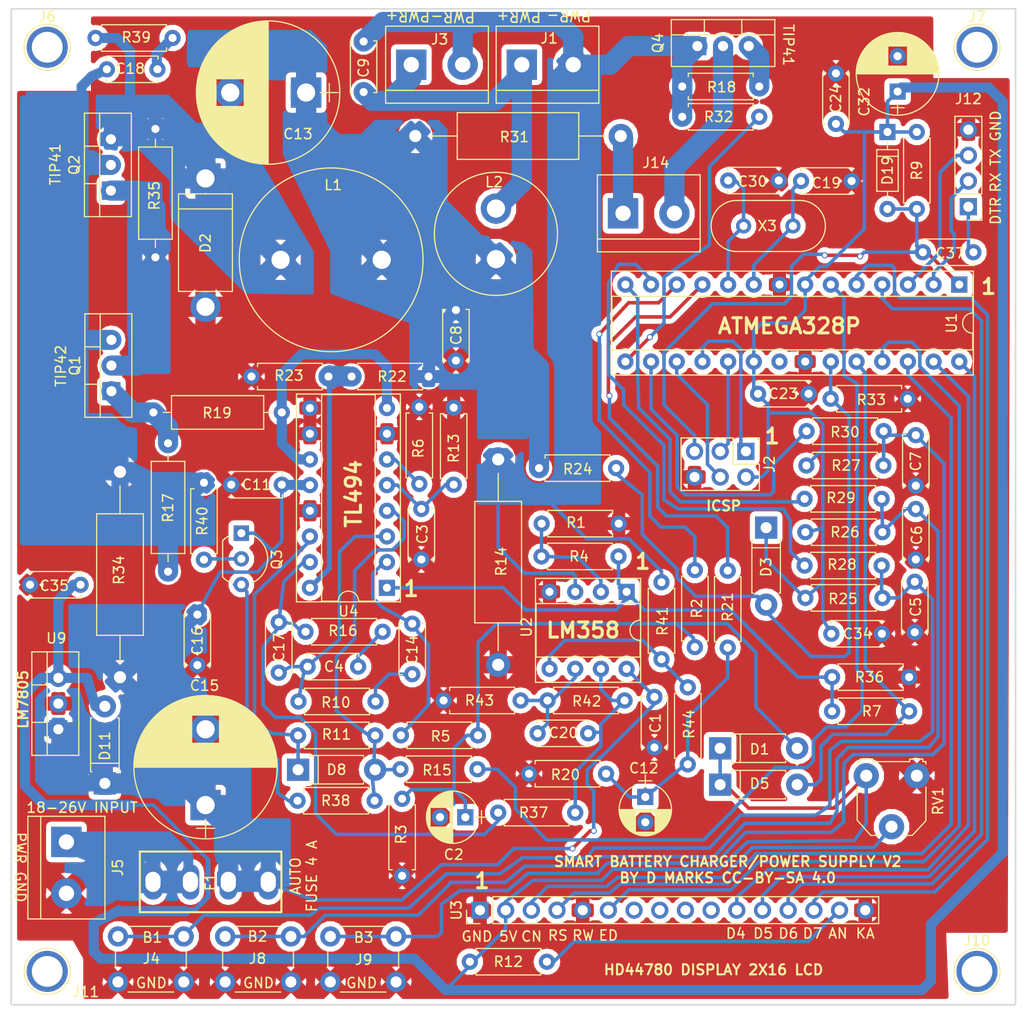
<source format=kicad_pcb>
(kicad_pcb (version 4) (host pcbnew 4.0.7)
  (layers (0 F.Cu signal) (31 B.Cu signal) (34 B.Paste user) (35 F.Paste user) (36 B.SilkS user) (37 F.SilkS user) (38 B.Mask user) (39 F.Mask user) (44 Edge.Cuts user))
  (net 0 "")
  (net 1 GND)
  (net 2 A0)
  (net 3 A1)
  (net 4 "Net-(C19-Pad2)")
  (net 5 "Net-(C30-Pad2)")
  (net 6 MISO)
  (net 7 "Net-(J12-Pad2)")
  (net 8 "Net-(C37-Pad1)")
  (net 9 "Net-(C37-Pad2)")
  (net 10 "Net-(J12-Pad3)")
  (net 11 +24V)
  (net 12 "Net-(C2-Pad1)")
  (net 13 "Net-(C3-Pad1)")
  (net 14 "Net-(C4-Pad1)")
  (net 15 "Net-(C5-Pad1)")
  (net 16 "Net-(C6-Pad1)")
  (net 17 "Net-(C7-Pad1)")
  (net 18 +5V)
  (net 19 SCK)
  (net 20 MOSI)
  (net 21 "Net-(R1-Pad1)")
  (net 22 "Net-(R12-Pad2)")
  (net 23 BUTTON1)
  (net 24 BUTTON2)
  (net 25 BUTTON3)
  (net 26 "Net-(RV1-Pad2)")
  (net 27 "Net-(C9-Pad1)")
  (net 28 DRAINBASE)
  (net 29 DB6)
  (net 30 DB7)
  (net 31 EDISP)
  (net 32 RS)
  (net 33 DB4)
  (net 34 DB5)
  (net 35 "Net-(C13-Pad1)")
  (net 36 CURRENTSHUNT)
  (net 37 "Net-(C12-Pad1)")
  (net 38 "Net-(C14-Pad1)")
  (net 39 "Net-(C14-Pad2)")
  (net 40 "Net-(D2-Pad1)")
  (net 41 "Net-(F1-Pad2)")
  (net 42 "Net-(Q1-Pad1)")
  (net 43 CURRENTSET)
  (net 44 "Net-(R36-Pad1)")
  (net 45 "Net-(R6-Pad2)")
  (net 46 "Net-(R19-Pad1)")
  (net 47 VOLTAGESET)
  (net 48 "Net-(R22-Pad1)")
  (net 49 SHUTDOWN)
  (net 50 "Net-(D8-Pad1)")
  (net 51 "Net-(D8-Pad2)")
  (net 52 "Net-(Q1-Pad2)")
  (net 53 "Net-(Q3-Pad3)")
  (net 54 "Net-(C17-Pad2)")
  (net 55 "Net-(C17-Pad1)")
  (net 56 "Net-(C18-Pad1)")
  (net 57 "Net-(C18-Pad2)")
  (net 58 "Net-(Q4-Pad3)")
  (net 59 "Net-(Q3-Pad2)")
  (net 60 "Net-(R41-Pad2)")
  (net 61 "Net-(C20-Pad1)")
  (net 62 "Net-(C20-Pad2)")
  (net 63 "Net-(J14-Pad1)")
  (net 64 "Net-(J14-Pad2)")
  (module Capacitors_THT:CP_Radial_D5.0mm_P2.50mm (layer F.Cu) (at 87.15 110.2 180)
    (fp_text reference C2 (at 1.15 -3.7 360) (layer F.SilkS))
    (fp_text value "10 uF")
    (pad 1 thru_hole rect (at 0 0 180) (size 1.6 1.6) (drill 0.8) (layers *.Cu *.Mask) (net 12 "Net-(C2-Pad1)"))
    (pad 2 thru_hole circle (at 2.5 0 180) (size 1.6 1.6) (drill 0.8) (layers *.Cu *.Mask) (net 1 GND))
  )
  (module Diodes_THT:D_DO-201_P12.70mm_Horizontal (layer F.Cu) (at 61.45 47 270)
    (fp_text reference D2 (at 6.4 0 270) (layer F.SilkS))
    (fp_text value SB580)
    (pad 1 thru_hole rect (at 0 0 270) (size 3 3) (drill 1.8) (layers *.Cu *.Mask) (net 40 "Net-(D2-Pad1)"))
    (pad 2 thru_hole oval (at 12.7 0 270) (size 3 3) (drill 1.8) (layers *.Cu *.Mask) (net 1 GND))
  )
  (module Resistors_THT:R_Axial_DIN0207_L6.3mm_D2.5mm_P7.62mm_Horizontal (layer F.Cu) (at 131.04 99.72 180)
    (fp_text reference R7 (at 3.7 0 180) (layer F.SilkS))
    (fp_text value 10k)
    (pad 1 thru_hole circle (at 0 0 180) (size 1.6 1.6) (drill 0.8) (layers *.Cu *.Mask) (net 3 A1))
    (pad 2 thru_hole oval (at 7.62 0 180) (size 1.6 1.6) (drill 0.8) (layers *.Cu *.Mask) (net 44 "Net-(R36-Pad1)"))
  )
  (module Connectors_Terminal_Blocks:TerminalBlock_bornier-2_P5.08mm (layer F.Cu) (at 81.81 35.74)
    (fp_text reference J3 (at 2.8 -2.5 180) (layer F.SilkS))
    (fp_text value Conn_01x02)
    (pad 1 thru_hole rect (at 0 0) (size 3 3) (drill 1.52) (layers *.Cu *.Mask) (net 27 "Net-(C9-Pad1)"))
    (pad 2 thru_hole circle (at 5.08 0) (size 3 3) (drill 1.52) (layers *.Cu *.Mask) (net 36 CURRENTSHUNT))
  )
  (module Resistors_THT:R_Axial_DIN0414_L11.9mm_D4.5mm_P20.32mm_Horizontal (layer F.Cu) (at 82.2 42.8)
    (fp_text reference R31 (at 9.8 0.1) (layer F.SilkS))
    (fp_text value 100R)
    (pad 1 thru_hole circle (at 0 0) (size 2.4 2.4) (drill 1.2) (layers *.Cu *.Mask) (net 35 "Net-(C13-Pad1)"))
    (pad 2 thru_hole oval (at 20.32 0) (size 2.4 2.4) (drill 1.2) (layers *.Cu *.Mask) (net 63 "Net-(J14-Pad1)"))
  )
  (module Resistors_THT:R_Axial_DIN0309_L9.0mm_D3.2mm_P12.70mm_Horizontal (layer F.Cu) (at 56.5 54.8 90)
    (fp_text reference R35 (at 6.1 -0.1 90) (layer F.SilkS))
    (fp_text value 33R)
    (pad 1 thru_hole circle (at 0 0 90) (size 1.6 1.6) (drill 0.8) (layers *.Cu *.Mask) (net 52 "Net-(Q1-Pad2)"))
    (pad 2 thru_hole oval (at 12.7 0 90) (size 1.6 1.6) (drill 0.8) (layers *.Cu *.Mask) (net 40 "Net-(D2-Pad1)"))
  )
  (module TO_SOT_Packages_THT:TO-92_Inline_Wide (layer F.Cu) (at 65 82.1 270)
    (fp_text reference Q3 (at 2.6 -3.5 450) (layer F.SilkS))
    (fp_text value 2N3906)
    (pad 2 thru_hole circle (at 2.54 0) (size 1.52 1.52) (drill 0.8) (layers *.Cu *.Mask) (net 59 "Net-(Q3-Pad2)"))
    (pad 3 thru_hole circle (at 5.08 0) (size 1.52 1.52) (drill 0.8) (layers *.Cu *.Mask) (net 53 "Net-(Q3-Pad3)"))
    (pad 1 thru_hole rect (at 0 0) (size 1.52 1.52) (drill 0.8) (layers *.Cu *.Mask) (net 11 +24V))
  )
  (module Capacitors_THT:C_Disc_D5.0mm_W2.5mm_P5.00mm (layer F.Cu) (at 105.85 98.3 270)
    (fp_text reference C1 (at 2.6 -0.1 270) (layer F.SilkS))
    (fp_text value 100nF)
    (pad 1 thru_hole circle (at 0 0 270) (size 1.6 1.6) (drill 0.8) (layers *.Cu *.Mask) (net 11 +24V))
    (pad 2 thru_hole circle (at 5 0 270) (size 1.6 1.6) (drill 0.8) (layers *.Cu *.Mask) (net 1 GND))
  )
  (module Resistors_THT:R_Axial_DIN0207_L6.3mm_D2.5mm_P7.62mm_Horizontal (layer F.Cu) (at 94.7 81.15)
    (fp_text reference R1 (at 3.4 -0.1) (layer F.SilkS))
    (fp_text value 6k8)
    (pad 1 thru_hole circle (at 0 0) (size 1.6 1.6) (drill 0.8) (layers *.Cu *.Mask) (net 21 "Net-(R1-Pad1)"))
    (pad 2 thru_hole oval (at 7.62 0) (size 1.6 1.6) (drill 0.8) (layers *.Cu *.Mask) (net 1 GND))
  )
  (module Capacitors_THT:CP_Radial_D8.0mm_P3.50mm (layer F.Cu) (at 129.9 38.4 90)
    (fp_text reference C32 (at -1.016 -3.302 90) (layer F.SilkS))
    (fp_text value 100uF)
    (pad 1 thru_hole rect (at 0 0 90) (size 1.6 1.6) (drill 0.8) (layers *.Cu *.Mask) (net 18 +5V))
    (pad 2 thru_hole circle (at 3.5 0 90) (size 1.6 1.6) (drill 0.8) (layers *.Cu *.Mask) (net 1 GND))
  )
  (module Diodes_THT:D_DO-35_SOD27_P7.62mm_Horizontal (layer F.Cu) (at 128.9 42.4 270)
    (fp_text reference D19 (at 3.81 0 270) (layer F.SilkS))
    (fp_text value 1N4148)
    (pad 1 thru_hole rect (at 0 0 270) (size 1.6 1.6) (drill 0.8) (layers *.Cu *.Mask) (net 18 +5V))
    (pad 2 thru_hole oval (at 7.62 0 270) (size 1.6 1.6) (drill 0.8) (layers *.Cu *.Mask) (net 9 "Net-(C37-Pad2)"))
  )
  (module Pin_Headers:Pin_Header_Straight_2x03_Pitch2.54mm (layer F.Cu) (at 114.9 74 270)
    (fp_text reference J2 (at 1.27 -2.33 270) (layer F.SilkS))
    (fp_text value Conn_02x03_Odd_Even)
    (pad 1 thru_hole rect (at 0 0 270) (size 1.7 1.7) (drill 1) (layers *.Cu *.Mask) (net 6 MISO))
    (pad 2 thru_hole oval (at 2.54 0 270) (size 1.7 1.7) (drill 1) (layers *.Cu *.Mask) (net 18 +5V))
    (pad 3 thru_hole oval (at 0 2.54 270) (size 1.7 1.7) (drill 1) (layers *.Cu *.Mask) (net 19 SCK))
    (pad 4 thru_hole oval (at 2.54 2.54 270) (size 1.7 1.7) (drill 1) (layers *.Cu *.Mask) (net 20 MOSI))
    (pad 5 thru_hole oval (at 0 5.08 270) (size 1.7 1.7) (drill 1) (layers *.Cu *.Mask) (net 9 "Net-(C37-Pad2)"))
    (pad 6 thru_hole oval (at 2.54 5.08 270) (size 1.7 1.7) (drill 1) (layers *.Cu *.Mask) (net 1 GND))
  )
  (module Resistors_THT:R_Axial_DIN0207_L6.3mm_D2.5mm_P7.62mm_Horizontal (layer F.Cu) (at 131.8 42.4 270)
    (fp_text reference R9 (at 3.81 0 270) (layer F.SilkS))
    (fp_text value 10k)
    (pad 1 thru_hole circle (at 0 0 270) (size 1.6 1.6) (drill 0.8) (layers *.Cu *.Mask) (net 18 +5V))
    (pad 2 thru_hole oval (at 7.62 0 270) (size 1.6 1.6) (drill 0.8) (layers *.Cu *.Mask) (net 9 "Net-(C37-Pad2)"))
  )
  (module Housings_DIP:DIP-28_W7.62mm_Socket (layer F.Cu) (at 136 57.5 270)
    (fp_text reference U1 (at 3.81 0.762 270) (layer F.SilkS))
    (fp_text value ATMEGA328P-PU)
    (pad 1 thru_hole rect (at 0 0 270) (size 1.6 1.6) (drill 0.8) (layers *.Cu *.Mask) (net 9 "Net-(C37-Pad2)"))
    (pad 15 thru_hole oval (at 7.62 33.02 270) (size 1.6 1.6) (drill 0.8) (layers *.Cu *.Mask) (net 28 DRAINBASE))
    (pad 2 thru_hole oval (at 0 2.54 270) (size 1.6 1.6) (drill 0.8) (layers *.Cu *.Mask) (net 7 "Net-(J12-Pad2)"))
    (pad 16 thru_hole oval (at 7.62 30.48 270) (size 1.6 1.6) (drill 0.8) (layers *.Cu *.Mask) (net 25 BUTTON3))
    (pad 3 thru_hole oval (at 0 5.08 270) (size 1.6 1.6) (drill 0.8) (layers *.Cu *.Mask) (net 10 "Net-(J12-Pad3)"))
    (pad 17 thru_hole oval (at 7.62 27.94 270) (size 1.6 1.6) (drill 0.8) (layers *.Cu *.Mask) (net 20 MOSI))
    (pad 4 thru_hole oval (at 0 7.62 270) (size 1.6 1.6) (drill 0.8) (layers *.Cu *.Mask) (net 29 DB6))
    (pad 18 thru_hole oval (at 7.62 25.4 270) (size 1.6 1.6) (drill 0.8) (layers *.Cu *.Mask) (net 6 MISO))
    (pad 5 thru_hole oval (at 0 10.16 270) (size 1.6 1.6) (drill 0.8) (layers *.Cu *.Mask) (net 30 DB7))
    (pad 19 thru_hole oval (at 7.62 22.86 270) (size 1.6 1.6) (drill 0.8) (layers *.Cu *.Mask) (net 19 SCK))
    (pad 6 thru_hole oval (at 0 12.7 270) (size 1.6 1.6) (drill 0.8) (layers *.Cu *.Mask) (net 49 SHUTDOWN))
    (pad 20 thru_hole oval (at 7.62 20.32 270) (size 1.6 1.6) (drill 0.8) (layers *.Cu *.Mask) (net 18 +5V))
    (pad 7 thru_hole oval (at 0 15.24 270) (size 1.6 1.6) (drill 0.8) (layers *.Cu *.Mask) (net 18 +5V))
    (pad 21 thru_hole oval (at 7.62 17.78 270) (size 1.6 1.6) (drill 0.8) (layers *.Cu *.Mask))
    (pad 8 thru_hole oval (at 0 17.78 270) (size 1.6 1.6) (drill 0.8) (layers *.Cu *.Mask) (net 1 GND))
    (pad 22 thru_hole oval (at 7.62 15.24 270) (size 1.6 1.6) (drill 0.8) (layers *.Cu *.Mask) (net 1 GND))
    (pad 9 thru_hole oval (at 0 20.32 270) (size 1.6 1.6) (drill 0.8) (layers *.Cu *.Mask) (net 4 "Net-(C19-Pad2)"))
    (pad 23 thru_hole oval (at 7.62 12.7 270) (size 1.6 1.6) (drill 0.8) (layers *.Cu *.Mask) (net 2 A0))
    (pad 10 thru_hole oval (at 0 22.86 270) (size 1.6 1.6) (drill 0.8) (layers *.Cu *.Mask) (net 5 "Net-(C30-Pad2)"))
    (pad 24 thru_hole oval (at 7.62 10.16 270) (size 1.6 1.6) (drill 0.8) (layers *.Cu *.Mask) (net 3 A1))
    (pad 11 thru_hole oval (at 0 25.4 270) (size 1.6 1.6) (drill 0.8) (layers *.Cu *.Mask) (net 47 VOLTAGESET))
    (pad 25 thru_hole oval (at 7.62 7.62 270) (size 1.6 1.6) (drill 0.8) (layers *.Cu *.Mask) (net 31 EDISP))
    (pad 12 thru_hole oval (at 0 27.94 270) (size 1.6 1.6) (drill 0.8) (layers *.Cu *.Mask) (net 43 CURRENTSET))
    (pad 26 thru_hole oval (at 7.62 5.08 270) (size 1.6 1.6) (drill 0.8) (layers *.Cu *.Mask) (net 32 RS))
    (pad 13 thru_hole oval (at 0 30.48 270) (size 1.6 1.6) (drill 0.8) (layers *.Cu *.Mask) (net 23 BUTTON1))
    (pad 27 thru_hole oval (at 7.62 2.54 270) (size 1.6 1.6) (drill 0.8) (layers *.Cu *.Mask) (net 33 DB4))
    (pad 14 thru_hole oval (at 0 33.02 270) (size 1.6 1.6) (drill 0.8) (layers *.Cu *.Mask) (net 24 BUTTON2))
    (pad 28 thru_hole oval (at 7.62 0 270) (size 1.6 1.6) (drill 0.8) (layers *.Cu *.Mask) (net 34 DB5))
  )
  (module TO_SOT_Packages_THT:TO-220-3_Vertical (layer F.Cu) (at 46.9 101.5 90)
    (fp_text reference U9 (at 9 -0.2 180) (layer F.SilkS))
    (fp_text value LM7805_TO220)
    (pad 1 thru_hole rect (at 0 0 90) (size 1.8 1.8) (drill 1) (layers *.Cu *.Mask) (net 11 +24V))
    (pad 2 thru_hole oval (at 2.54 0 90) (size 1.8 1.8) (drill 1) (layers *.Cu *.Mask) (net 1 GND))
    (pad 3 thru_hole oval (at 5.08 0 90) (size 1.8 1.8) (drill 1) (layers *.Cu *.Mask) (net 18 +5V))
  )
  (module Connectors:1pin (layer F.Cu) (at 45.804 34.016)
    (fp_text reference J6 (at 0 -3.048) (layer F.SilkS))
    (fp_text value Conn_01x01)
    (pad 1 thru_hole circle (at 0 0) (size 4.064 4.064) (drill 3.048) (layers *.Cu *.Mask))
  )
  (module Connectors:1pin (layer F.Cu) (at 137.752 34.016)
    (fp_text reference J7 (at 0 -3.048) (layer F.SilkS))
    (fp_text value Conn_01x01)
    (pad 1 thru_hole circle (at 0 0) (size 4.064 4.064) (drill 3.048) (layers *.Cu *.Mask))
  )
  (module Connectors:1pin (layer F.Cu) (at 137.752 125.456)
    (fp_text reference J10 (at 0 -3.048) (layer F.SilkS))
    (fp_text value Conn_01x01)
    (pad 1 thru_hole circle (at 0 0) (size 4.064 4.064) (drill 3.048) (layers *.Cu *.Mask))
  )
  (module Connectors:1pin (layer F.Cu) (at 45.804 125.456)
    (fp_text reference J11 (at 3.81 2.032) (layer F.SilkS))
    (fp_text value Conn_01x01)
    (pad 1 thru_hole circle (at 0 0) (size 4.064 4.064) (drill 3.048) (layers *.Cu *.Mask))
  )
  (module Pin_Headers:Pin_Header_Straight_1x04_Pitch2.54mm (layer F.Cu) (at 136.9 49.8 180)
    (fp_text reference J12 (at 0 10.668 180) (layer F.SilkS))
    (fp_text value Conn_01x04)
    (pad 1 thru_hole rect (at 0 0 180) (size 1.7 1.7) (drill 1) (layers *.Cu *.Mask) (net 8 "Net-(C37-Pad1)"))
    (pad 2 thru_hole oval (at 0 2.54 180) (size 1.7 1.7) (drill 1) (layers *.Cu *.Mask) (net 7 "Net-(J12-Pad2)"))
    (pad 3 thru_hole oval (at 0 5.08 180) (size 1.7 1.7) (drill 1) (layers *.Cu *.Mask) (net 10 "Net-(J12-Pad3)"))
    (pad 4 thru_hole oval (at 0 7.62 180) (size 1.7 1.7) (drill 1) (layers *.Cu *.Mask) (net 1 GND))
  )
  (module Crystals:Crystal_HC49-U_Vertical (layer F.Cu) (at 119.55 51.7 180)
    (fp_text reference X3 (at 2.54 0 180) (layer F.SilkS))
    (fp_text value 16MHz)
    (pad 1 thru_hole circle (at 0 0 180) (size 1.5 1.5) (drill 0.8) (layers *.Cu *.Mask) (net 4 "Net-(C19-Pad2)"))
    (pad 2 thru_hole circle (at 4.88 0 180) (size 1.5 1.5) (drill 0.8) (layers *.Cu *.Mask) (net 5 "Net-(C30-Pad2)"))
  )
  (module Diodes_THT:D_DO-41_SOD81_P7.62mm_Horizontal (layer F.Cu) (at 51.5 106.85 90)
    (fp_text reference D11 (at 3.7 0 90) (layer F.SilkS))
    (fp_text value 1N4007)
    (pad 1 thru_hole rect (at 0 0 90) (size 2.2 2.2) (drill 1.1) (layers *.Cu *.Mask) (net 11 +24V))
    (pad 2 thru_hole oval (at 7.62 0 90) (size 2.2 2.2) (drill 1.1) (layers *.Cu *.Mask) (net 18 +5V))
  )
  (module Connectors_Terminal_Blocks:TerminalBlock_bornier-2_P5.08mm (layer F.Cu) (at 92.74 35.74)
    (fp_text reference J1 (at 2.7 -2.6) (layer F.SilkS))
    (fp_text value Conn_01x02)
    (pad 1 thru_hole rect (at 0 0) (size 3 3) (drill 1.52) (layers *.Cu *.Mask) (net 27 "Net-(C9-Pad1)"))
    (pad 2 thru_hole circle (at 5.08 0) (size 3 3) (drill 1.52) (layers *.Cu *.Mask) (net 36 CURRENTSHUNT))
  )
  (module Buttons_Switches_THT:SW_PUSH_6mm_h4.3mm (layer F.Cu) (at 59.3 126.5 180)
    (fp_text reference J4 (at 3.2 2.3 180) (layer F.SilkS))
    (fp_text value Conn_01x02)
    (pad 2 thru_hole circle (at 0 4.5 270) (size 2 2) (drill 1.1) (layers *.Cu *.Mask) (net 15 "Net-(C5-Pad1)"))
    (pad 1 thru_hole circle (at 0 0 270) (size 2 2) (drill 1.1) (layers *.Cu *.Mask) (net 1 GND))
    (pad 2 thru_hole circle (at 6.5 4.5 270) (size 2 2) (drill 1.1) (layers *.Cu *.Mask) (net 15 "Net-(C5-Pad1)"))
    (pad 1 thru_hole circle (at 6.5 0 270) (size 2 2) (drill 1.1) (layers *.Cu *.Mask) (net 1 GND))
  )
  (module Buttons_Switches_THT:SW_PUSH_6mm_h4.3mm (layer F.Cu) (at 69.9 126.5 180)
    (fp_text reference J8 (at 3.3 2.3 180) (layer F.SilkS))
    (fp_text value Conn_01x02)
    (pad 2 thru_hole circle (at 0 4.5 270) (size 2 2) (drill 1.1) (layers *.Cu *.Mask) (net 16 "Net-(C6-Pad1)"))
    (pad 1 thru_hole circle (at 0 0 270) (size 2 2) (drill 1.1) (layers *.Cu *.Mask) (net 1 GND))
    (pad 2 thru_hole circle (at 6.5 4.5 270) (size 2 2) (drill 1.1) (layers *.Cu *.Mask) (net 16 "Net-(C6-Pad1)"))
    (pad 1 thru_hole circle (at 6.5 0 270) (size 2 2) (drill 1.1) (layers *.Cu *.Mask) (net 1 GND))
  )
  (module Buttons_Switches_THT:SW_PUSH_6mm_h4.3mm (layer F.Cu) (at 80.3 126.5 180)
    (fp_text reference J9 (at 3.2 2.2 360) (layer F.SilkS))
    (fp_text value Conn_01x02)
    (pad 2 thru_hole circle (at 0 4.5 270) (size 2 2) (drill 1.1) (layers *.Cu *.Mask) (net 17 "Net-(C7-Pad1)"))
    (pad 1 thru_hole circle (at 0 0 270) (size 2 2) (drill 1.1) (layers *.Cu *.Mask) (net 1 GND))
    (pad 2 thru_hole circle (at 6.5 4.5 270) (size 2 2) (drill 1.1) (layers *.Cu *.Mask) (net 17 "Net-(C7-Pad1)"))
    (pad 1 thru_hole circle (at 6.5 0 270) (size 2 2) (drill 1.1) (layers *.Cu *.Mask) (net 1 GND))
  )
  (module Inductors_THT:L_Radial_D18.0mm_P10.00mm (layer F.Cu) (at 68.88 55.05)
    (fp_text reference L1 (at 5.2 -7.4) (layer F.SilkS))
    (fp_text value "150 uH")
    (pad 1 thru_hole circle (at 0 0) (size 3 3) (drill 1.8) (layers *.Cu *.Mask) (net 40 "Net-(D2-Pad1)"))
    (pad 2 thru_hole circle (at 10 0) (size 3 3) (drill 1.8) (layers *.Cu *.Mask) (net 35 "Net-(C13-Pad1)"))
  )
  (module Resistors_THT:R_Axial_DIN0207_L6.3mm_D2.5mm_P7.62mm_Horizontal (layer F.Cu) (at 102.3 84.4 180)
    (fp_text reference R4 (at 3.9 0 180) (layer F.SilkS))
    (fp_text value 100k)
    (pad 1 thru_hole circle (at 0 0 180) (size 1.6 1.6) (drill 0.8) (layers *.Cu *.Mask) (net 44 "Net-(R36-Pad1)"))
    (pad 2 thru_hole oval (at 7.62 0 180) (size 1.6 1.6) (drill 0.8) (layers *.Cu *.Mask) (net 21 "Net-(R1-Pad1)"))
  )
  (module Resistors_THT:R_Axial_DIN0207_L6.3mm_D2.5mm_P7.62mm_Horizontal (layer F.Cu) (at 87.6 124.5)
    (fp_text reference R12 (at 3.8 0) (layer F.SilkS))
    (fp_text value 220R)
    (pad 1 thru_hole circle (at 0 0) (size 1.6 1.6) (drill 0.8) (layers *.Cu *.Mask) (net 18 +5V))
    (pad 2 thru_hole oval (at 7.62 0) (size 1.6 1.6) (drill 0.8) (layers *.Cu *.Mask) (net 22 "Net-(R12-Pad2)"))
  )
  (module Resistors_THT:R_Axial_DIN0414_L11.9mm_D4.5mm_P20.32mm_Horizontal (layer F.Cu) (at 90.4 74.8 270)
    (fp_text reference R14 (at 10.1 -0.3 270) (layer F.SilkS))
    (fp_text value 0R1)
    (pad 1 thru_hole circle (at 0 0 270) (size 2.4 2.4) (drill 1.2) (layers *.Cu *.Mask) (net 36 CURRENTSHUNT))
    (pad 2 thru_hole oval (at 20.32 0 270) (size 2.4 2.4) (drill 1.2) (layers *.Cu *.Mask) (net 1 GND))
  )
  (module Resistors_THT:R_Axial_DIN0207_L6.3mm_D2.5mm_P7.62mm_Horizontal (layer F.Cu) (at 128.4 88.5 180)
    (fp_text reference R25 (at 3.9 -0.1 180) (layer F.SilkS))
    (fp_text value 10k)
    (pad 1 thru_hole circle (at 0 0 180) (size 1.6 1.6) (drill 0.8) (layers *.Cu *.Mask) (net 15 "Net-(C5-Pad1)"))
    (pad 2 thru_hole oval (at 7.62 0 180) (size 1.6 1.6) (drill 0.8) (layers *.Cu *.Mask) (net 18 +5V))
  )
  (module Resistors_THT:R_Axial_DIN0207_L6.3mm_D2.5mm_P7.62mm_Horizontal (layer F.Cu) (at 128.4 82 180)
    (fp_text reference R26 (at 3.7 0 180) (layer F.SilkS))
    (fp_text value 10k)
    (pad 1 thru_hole circle (at 0 0 180) (size 1.6 1.6) (drill 0.8) (layers *.Cu *.Mask) (net 16 "Net-(C6-Pad1)"))
    (pad 2 thru_hole oval (at 7.62 0 180) (size 1.6 1.6) (drill 0.8) (layers *.Cu *.Mask) (net 18 +5V))
  )
  (module Resistors_THT:R_Axial_DIN0207_L6.3mm_D2.5mm_P7.62mm_Horizontal (layer F.Cu) (at 128.5 75.4 180)
    (fp_text reference R27 (at 3.7 0 180) (layer F.SilkS))
    (fp_text value 10k)
    (pad 1 thru_hole circle (at 0 0 180) (size 1.6 1.6) (drill 0.8) (layers *.Cu *.Mask) (net 17 "Net-(C7-Pad1)"))
    (pad 2 thru_hole oval (at 7.62 0 180) (size 1.6 1.6) (drill 0.8) (layers *.Cu *.Mask) (net 18 +5V))
  )
  (module Resistors_THT:R_Axial_DIN0207_L6.3mm_D2.5mm_P7.62mm_Horizontal (layer F.Cu) (at 120.7 85.3)
    (fp_text reference R28 (at 3.7 -0.1) (layer F.SilkS))
    (fp_text value 10k)
    (pad 1 thru_hole circle (at 0 0) (size 1.6 1.6) (drill 0.8) (layers *.Cu *.Mask) (net 23 BUTTON1))
    (pad 2 thru_hole oval (at 7.62 0) (size 1.6 1.6) (drill 0.8) (layers *.Cu *.Mask) (net 15 "Net-(C5-Pad1)"))
  )
  (module Resistors_THT:R_Axial_DIN0207_L6.3mm_D2.5mm_P7.62mm_Horizontal (layer F.Cu) (at 120.7 78.7)
    (fp_text reference R29 (at 3.6 -0.1) (layer F.SilkS))
    (fp_text value 10k)
    (pad 1 thru_hole circle (at 0 0) (size 1.6 1.6) (drill 0.8) (layers *.Cu *.Mask) (net 24 BUTTON2))
    (pad 2 thru_hole oval (at 7.62 0) (size 1.6 1.6) (drill 0.8) (layers *.Cu *.Mask) (net 16 "Net-(C6-Pad1)"))
  )
  (module Resistors_THT:R_Axial_DIN0207_L6.3mm_D2.5mm_P7.62mm_Horizontal (layer F.Cu) (at 120.9 72)
    (fp_text reference R30 (at 3.8 0.1) (layer F.SilkS))
    (fp_text value 10k)
    (pad 1 thru_hole circle (at 0 0) (size 1.6 1.6) (drill 0.8) (layers *.Cu *.Mask) (net 25 BUTTON3))
    (pad 2 thru_hole oval (at 7.62 0) (size 1.6 1.6) (drill 0.8) (layers *.Cu *.Mask) (net 17 "Net-(C7-Pad1)"))
  )
  (module Potentiometers:Potentiometer_Triwood_RM-065 (layer F.Cu) (at 131.8 106.1 180)
    (fp_text reference RV1 (at -2.1 -2.5 270) (layer F.SilkS))
    (fp_text value POT)
    (pad 2 thru_hole circle (at 2.5 -5.04 180) (size 2.5 2.5) (drill 1.2) (layers *.Cu *.Mask) (net 26 "Net-(RV1-Pad2)"))
    (pad 3 thru_hole circle (at 5 0 180) (size 2.5 2.5) (drill 1.2) (layers *.Cu *.Mask) (net 18 +5V))
    (pad 1 thru_hole circle (at 0 0 180) (size 2.5 2.5) (drill 1.2) (layers *.Cu *.Mask) (net 1 GND))
  )
  (module Pin_Headers:Pin_Header_Straight_1x16_Pitch2.54mm (layer F.Cu) (at 88.6 119.4 90)
    (fp_text reference U3 (at 0 -2.33 90) (layer F.SilkS))
    (fp_text value LCD-016N002L)
    (pad 1 thru_hole rect (at 0 0 90) (size 1.7 1.7) (drill 1) (layers *.Cu *.Mask) (net 1 GND))
    (pad 2 thru_hole oval (at 0 2.54 90) (size 1.7 1.7) (drill 1) (layers *.Cu *.Mask) (net 18 +5V))
    (pad 3 thru_hole oval (at 0 5.08 90) (size 1.7 1.7) (drill 1) (layers *.Cu *.Mask) (net 26 "Net-(RV1-Pad2)"))
    (pad 4 thru_hole oval (at 0 7.62 90) (size 1.7 1.7) (drill 1) (layers *.Cu *.Mask) (net 32 RS))
    (pad 5 thru_hole oval (at 0 10.16 90) (size 1.7 1.7) (drill 1) (layers *.Cu *.Mask) (net 1 GND))
    (pad 6 thru_hole oval (at 0 12.7 90) (size 1.7 1.7) (drill 1) (layers *.Cu *.Mask) (net 31 EDISP))
    (pad 7 thru_hole oval (at 0 15.24 90) (size 1.7 1.7) (drill 1) (layers *.Cu *.Mask))
    (pad 8 thru_hole oval (at 0 17.78 90) (size 1.7 1.7) (drill 1) (layers *.Cu *.Mask))
    (pad 9 thru_hole oval (at 0 20.32 90) (size 1.7 1.7) (drill 1) (layers *.Cu *.Mask))
    (pad 10 thru_hole oval (at 0 22.86 90) (size 1.7 1.7) (drill 1) (layers *.Cu *.Mask))
    (pad 11 thru_hole oval (at 0 25.4 90) (size 1.7 1.7) (drill 1) (layers *.Cu *.Mask) (net 33 DB4))
    (pad 12 thru_hole oval (at 0 27.94 90) (size 1.7 1.7) (drill 1) (layers *.Cu *.Mask) (net 34 DB5))
    (pad 13 thru_hole oval (at 0 30.48 90) (size 1.7 1.7) (drill 1) (layers *.Cu *.Mask) (net 29 DB6))
    (pad 14 thru_hole oval (at 0 33.02 90) (size 1.7 1.7) (drill 1) (layers *.Cu *.Mask) (net 30 DB7))
    (pad 15 thru_hole oval (at 0 35.56 90) (size 1.7 1.7) (drill 1) (layers *.Cu *.Mask) (net 22 "Net-(R12-Pad2)"))
    (pad 16 thru_hole oval (at 0 38.1 90) (size 1.7 1.7) (drill 1) (layers *.Cu *.Mask) (net 1 GND))
  )
  (module Resistors_THT:R_Axial_DIN0207_L6.3mm_D2.5mm_P7.62mm_Horizontal (layer F.Cu) (at 108.6 40.9)
    (fp_text reference R32 (at 3.6 0) (layer F.SilkS))
    (fp_text value 1k)
    (pad 1 thru_hole circle (at 0 0) (size 1.6 1.6) (drill 0.8) (layers *.Cu *.Mask) (net 36 CURRENTSHUNT))
    (pad 2 thru_hole oval (at 7.62 0) (size 1.6 1.6) (drill 0.8) (layers *.Cu *.Mask) (net 28 DRAINBASE))
  )
  (module Capacitors_THT:C_Disc_D5.0mm_W2.5mm_P5.00mm (layer F.Cu) (at 76.55 95.3 180)
    (fp_text reference C4 (at 2.4 0 180) (layer F.SilkS))
    (fp_text value "10 nF")
    (pad 1 thru_hole circle (at 0 0 180) (size 1.6 1.6) (drill 0.8) (layers *.Cu *.Mask) (net 14 "Net-(C4-Pad1)"))
    (pad 2 thru_hole circle (at 5 0 180) (size 1.6 1.6) (drill 0.8) (layers *.Cu *.Mask) (net 54 "Net-(C17-Pad2)"))
  )
  (module Capacitors_THT:C_Disc_D5.0mm_W2.5mm_P5.00mm (layer F.Cu) (at 131.6 86.9 270)
    (fp_text reference C5 (at 2.5 -0.1 270) (layer F.SilkS))
    (fp_text value 100nF)
    (pad 1 thru_hole circle (at 0 0 270) (size 1.6 1.6) (drill 0.8) (layers *.Cu *.Mask) (net 15 "Net-(C5-Pad1)"))
    (pad 2 thru_hole circle (at 5 0 270) (size 1.6 1.6) (drill 0.8) (layers *.Cu *.Mask) (net 1 GND))
  )
  (module Capacitors_THT:C_Disc_D5.0mm_W2.5mm_P5.00mm (layer F.Cu) (at 131.7 79.7 270)
    (fp_text reference C6 (at 2.6 -0.1 270) (layer F.SilkS))
    (fp_text value 100nF)
    (pad 1 thru_hole circle (at 0 0 270) (size 1.6 1.6) (drill 0.8) (layers *.Cu *.Mask) (net 16 "Net-(C6-Pad1)"))
    (pad 2 thru_hole circle (at 5 0 270) (size 1.6 1.6) (drill 0.8) (layers *.Cu *.Mask) (net 1 GND))
  )
  (module Capacitors_THT:C_Disc_D5.0mm_W2.5mm_P5.00mm (layer F.Cu) (at 131.7 72.4 270)
    (fp_text reference C7 (at 2.6 0 270) (layer F.SilkS))
    (fp_text value 100nF)
    (pad 1 thru_hole circle (at 0 0 270) (size 1.6 1.6) (drill 0.8) (layers *.Cu *.Mask) (net 17 "Net-(C7-Pad1)"))
    (pad 2 thru_hole circle (at 5 0 270) (size 1.6 1.6) (drill 0.8) (layers *.Cu *.Mask) (net 1 GND))
  )
  (module Capacitors_THT:C_Disc_D5.0mm_W2.5mm_P5.00mm (layer F.Cu) (at 77.09 38.45 90)
    (fp_text reference C9 (at 2.4 0 90) (layer F.SilkS))
    (fp_text value 100nF)
    (pad 1 thru_hole circle (at 0 0 90) (size 1.6 1.6) (drill 0.8) (layers *.Cu *.Mask) (net 27 "Net-(C9-Pad1)"))
    (pad 2 thru_hole circle (at 5 0 90) (size 1.6 1.6) (drill 0.8) (layers *.Cu *.Mask) (net 36 CURRENTSHUNT))
  )
  (module Capacitors_THT:C_Disc_D5.0mm_W2.5mm_P5.00mm (layer F.Cu) (at 69 77.3 180)
    (fp_text reference C11 (at 2.5 0 180) (layer F.SilkS))
    (fp_text value 100nF)
    (pad 1 thru_hole circle (at 0 0 180) (size 1.6 1.6) (drill 0.8) (layers *.Cu *.Mask) (net 11 +24V))
    (pad 2 thru_hole circle (at 5 0 180) (size 1.6 1.6) (drill 0.8) (layers *.Cu *.Mask) (net 1 GND))
  )
  (module Capacitors_THT:C_Disc_D5.0mm_W2.5mm_P5.00mm (layer F.Cu) (at 125.35 47.25 180)
    (fp_text reference C19 (at 2.5 -0.2 180) (layer F.SilkS))
    (fp_text value 22pF)
    (pad 1 thru_hole circle (at 0 0 180) (size 1.6 1.6) (drill 0.8) (layers *.Cu *.Mask) (net 1 GND))
    (pad 2 thru_hole circle (at 5 0 180) (size 1.6 1.6) (drill 0.8) (layers *.Cu *.Mask) (net 4 "Net-(C19-Pad2)"))
  )
  (module Capacitors_THT:C_Disc_D5.0mm_W2.5mm_P5.00mm (layer F.Cu) (at 116.1 68.3)
    (fp_text reference C23 (at 2.5 0) (layer F.SilkS))
    (fp_text value 100nF)
    (pad 1 thru_hole circle (at 0 0) (size 1.6 1.6) (drill 0.8) (layers *.Cu *.Mask) (net 18 +5V))
    (pad 2 thru_hole circle (at 5 0) (size 1.6 1.6) (drill 0.8) (layers *.Cu *.Mask) (net 1 GND))
  )
  (module Capacitors_THT:C_Disc_D5.0mm_W2.5mm_P5.00mm (layer F.Cu) (at 123.8 41.6 90)
    (fp_text reference C24 (at 2.5 0 90) (layer F.SilkS))
    (fp_text value 100nF)
    (pad 1 thru_hole circle (at 0 0 90) (size 1.6 1.6) (drill 0.8) (layers *.Cu *.Mask) (net 18 +5V))
    (pad 2 thru_hole circle (at 5 0 90) (size 1.6 1.6) (drill 0.8) (layers *.Cu *.Mask) (net 1 GND))
  )
  (module Capacitors_THT:C_Disc_D5.0mm_W2.5mm_P5.00mm (layer F.Cu) (at 118.15 47.2 180)
    (fp_text reference C30 (at 2.6 -0.1 180) (layer F.SilkS))
    (fp_text value 22pF)
    (pad 1 thru_hole circle (at 0 0 180) (size 1.6 1.6) (drill 0.8) (layers *.Cu *.Mask) (net 1 GND))
    (pad 2 thru_hole circle (at 5 0 180) (size 1.6 1.6) (drill 0.8) (layers *.Cu *.Mask) (net 5 "Net-(C30-Pad2)"))
  )
  (module Capacitors_THT:C_Disc_D5.0mm_W2.5mm_P5.00mm (layer F.Cu) (at 123.35 92.05)
    (fp_text reference C34 (at 2.6 0) (layer F.SilkS))
    (fp_text value 100nF)
    (pad 1 thru_hole circle (at 0 0) (size 1.6 1.6) (drill 0.8) (layers *.Cu *.Mask) (net 18 +5V))
    (pad 2 thru_hole circle (at 5 0) (size 1.6 1.6) (drill 0.8) (layers *.Cu *.Mask) (net 1 GND))
  )
  (module Capacitors_THT:C_Disc_D5.0mm_W2.5mm_P5.00mm (layer F.Cu) (at 49.1 87.2 180)
    (fp_text reference C35 (at 2.6 -0.1 180) (layer F.SilkS))
    (fp_text value 100nF)
    (pad 1 thru_hole circle (at 0 0 180) (size 1.6 1.6) (drill 0.8) (layers *.Cu *.Mask) (net 18 +5V))
    (pad 2 thru_hole circle (at 5 0 180) (size 1.6 1.6) (drill 0.8) (layers *.Cu *.Mask) (net 1 GND))
  )
  (module Capacitors_THT:C_Disc_D5.0mm_W2.5mm_P5.00mm (layer F.Cu) (at 137.4 54.3 180)
    (fp_text reference C37 (at 2.3 -0.1 180) (layer F.SilkS))
    (fp_text value "100 nF")
    (pad 1 thru_hole circle (at 0 0 180) (size 1.6 1.6) (drill 0.8) (layers *.Cu *.Mask) (net 8 "Net-(C37-Pad1)"))
    (pad 2 thru_hole circle (at 5 0 180) (size 1.6 1.6) (drill 0.8) (layers *.Cu *.Mask) (net 9 "Net-(C37-Pad2)"))
  )
  (module TO_SOT_Packages_THT:TO-220-3_Vertical (layer F.Cu) (at 110.1 33.9)
    (fp_text reference Q4 (at -3.9 -0.3 90) (layer F.SilkS))
    (fp_text value TIP41C)
    (pad 1 thru_hole rect (at 0 0) (size 1.8 1.8) (drill 1) (layers *.Cu *.Mask) (net 36 CURRENTSHUNT))
    (pad 2 thru_hole oval (at 2.54 0) (size 1.8 1.8) (drill 1) (layers *.Cu *.Mask) (net 64 "Net-(J14-Pad2)"))
    (pad 3 thru_hole oval (at 5.08 0) (size 1.8 1.8) (drill 1) (layers *.Cu *.Mask) (net 58 "Net-(Q4-Pad3)"))
  )
  (module Resistors_THT:R_Axial_DIN0207_L6.3mm_D2.5mm_P7.62mm_Horizontal (layer F.Cu) (at 108.6 37.9)
    (fp_text reference R18 (at 3.895 0.066999) (layer F.SilkS))
    (fp_text value 10k)
    (pad 1 thru_hole circle (at 0 0) (size 1.6 1.6) (drill 0.8) (layers *.Cu *.Mask) (net 36 CURRENTSHUNT))
    (pad 2 thru_hole oval (at 7.62 0) (size 1.6 1.6) (drill 0.8) (layers *.Cu *.Mask) (net 58 "Net-(Q4-Pad3)"))
  )
  (module Capacitors_THT:C_Disc_D5.0mm_W2.5mm_P5.00mm (layer F.Cu) (at 86.22 60.02 270)
    (fp_text reference C8 (at 2.495 -0.033001 270) (layer F.SilkS))
    (fp_text value 100nF)
    (pad 1 thru_hole circle (at 0 0 270) (size 1.6 1.6) (drill 0.8) (layers *.Cu *.Mask) (net 35 "Net-(C13-Pad1)"))
    (pad 2 thru_hole circle (at 5 0 270) (size 1.6 1.6) (drill 0.8) (layers *.Cu *.Mask) (net 1 GND))
  )
  (module Capacitors_THT:C_Disc_D5.0mm_W2.5mm_P5.00mm (layer F.Cu) (at 82.8 79.7 270)
    (fp_text reference C3 (at 2.5 -0.1 270) (layer F.SilkS))
    (fp_text value "1 nF")
    (pad 1 thru_hole circle (at 0 0 270) (size 1.6 1.6) (drill 0.8) (layers *.Cu *.Mask) (net 13 "Net-(C3-Pad1)"))
    (pad 2 thru_hole circle (at 5 0 270) (size 1.6 1.6) (drill 0.8) (layers *.Cu *.Mask) (net 1 GND))
  )
  (module Capacitors_THT:CP_Radial_D5.0mm_P2.50mm (layer F.Cu) (at 104.95 108.2 270)
    (fp_text reference C12 (at -2.85 0.15 540) (layer F.SilkS))
    (fp_text value "10 uF")
    (pad 1 thru_hole rect (at 0 0 270) (size 1.6 1.6) (drill 0.8) (layers *.Cu *.Mask) (net 37 "Net-(C12-Pad1)"))
    (pad 2 thru_hole circle (at 2.5 0 270) (size 1.6 1.6) (drill 0.8) (layers *.Cu *.Mask) (net 1 GND))
  )
  (module Capacitors_THT:CP_Radial_D14.0mm_P7.50mm (layer F.Cu) (at 71.4 38.5 180)
    (fp_text reference C13 (at 0.8 -4.1 180) (layer F.SilkS))
    (fp_text value "100 uF")
    (pad 1 thru_hole rect (at 0 0 180) (size 3 3) (drill 1.8) (layers *.Cu *.Mask) (net 35 "Net-(C13-Pad1)"))
    (pad 2 thru_hole circle (at 7.5 0 180) (size 3 3) (drill 1.8) (layers *.Cu *.Mask) (net 1 GND))
  )
  (module Capacitors_THT:C_Disc_D5.0mm_W2.5mm_P5.00mm (layer F.Cu) (at 81.9 96.05 90)
    (fp_text reference C14 (at 2.4 0 90) (layer F.SilkS))
    (fp_text value "10 nF")
    (pad 1 thru_hole circle (at 0 0 90) (size 1.6 1.6) (drill 0.8) (layers *.Cu *.Mask) (net 38 "Net-(C14-Pad1)"))
    (pad 2 thru_hole circle (at 5 0 90) (size 1.6 1.6) (drill 0.8) (layers *.Cu *.Mask) (net 39 "Net-(C14-Pad2)"))
  )
  (module LiFePO4smartcharger:SL506Pfuseholder (layer F.Cu) (at 61.96 116.6)
    (fp_text reference F1 (at 0 0 90) (layer F.SilkS))
    (fp_text value SL-506P)
    (pad 1 thru_hole oval (at 1.75 0) (size 1.75 3.5) (drill oval 1.5 2) (layers *.Cu *.Mask) (net 11 +24V))
    (pad 1 thru_hole oval (at 5.7 0) (size 2 3.5) (drill oval 1.5 2) (layers *.Cu *.Mask) (net 11 +24V))
    (pad 2 thru_hole oval (at -2 0) (size 1.75 3.5) (drill oval 1.5 2) (layers *.Cu *.Mask) (net 41 "Net-(F1-Pad2)"))
    (pad 2 thru_hole oval (at -5.7 0) (size 2 3.5) (drill oval 1.5 2) (layers *.Cu *.Mask) (net 41 "Net-(F1-Pad2)"))
  )
  (module TO_SOT_Packages_THT:TO-220-3_Vertical (layer F.Cu) (at 52.15 68.05 90)
    (fp_text reference Q1 (at 2.54 -3.62 90) (layer F.SilkS))
    (fp_text value TIP42)
    (pad 1 thru_hole rect (at 0 0 90) (size 1.8 1.8) (drill 1) (layers *.Cu *.Mask) (net 42 "Net-(Q1-Pad1)"))
    (pad 2 thru_hole oval (at 2.54 0 90) (size 1.8 1.8) (drill 1) (layers *.Cu *.Mask) (net 52 "Net-(Q1-Pad2)"))
    (pad 3 thru_hole oval (at 5.08 0 90) (size 1.8 1.8) (drill 1) (layers *.Cu *.Mask) (net 57 "Net-(C18-Pad2)"))
  )
  (module TO_SOT_Packages_THT:TO-220-3_Vertical (layer F.Cu) (at 52.1 48.2 90)
    (fp_text reference Q2 (at 2.54 -3.62 90) (layer F.SilkS))
    (fp_text value TIP41)
    (pad 1 thru_hole rect (at 0 0 90) (size 1.8 1.8) (drill 1) (layers *.Cu *.Mask) (net 52 "Net-(Q1-Pad2)"))
    (pad 2 thru_hole oval (at 2.54 0 90) (size 1.8 1.8) (drill 1) (layers *.Cu *.Mask) (net 57 "Net-(C18-Pad2)"))
    (pad 3 thru_hole oval (at 5.08 0 90) (size 1.8 1.8) (drill 1) (layers *.Cu *.Mask) (net 40 "Net-(D2-Pad1)"))
  )
  (module Resistors_THT:R_Axial_DIN0309_L9.0mm_D3.2mm_P12.70mm_Horizontal (layer F.Cu) (at 57.75 73.2 270)
    (fp_text reference R17 (at 6.4 0 270) (layer F.SilkS))
    (fp_text value 100R)
    (pad 1 thru_hole circle (at 0 0 270) (size 1.6 1.6) (drill 0.8) (layers *.Cu *.Mask) (net 42 "Net-(Q1-Pad1)"))
    (pad 2 thru_hole oval (at 12.7 0 270) (size 1.6 1.6) (drill 0.8) (layers *.Cu *.Mask) (net 57 "Net-(C18-Pad2)"))
  )
  (module Resistors_THT:R_Axial_DIN0414_L11.9mm_D4.5mm_P20.32mm_Horizontal (layer F.Cu) (at 53 96.35 90)
    (fp_text reference R34 (at 10.6 -0.1 90) (layer F.SilkS))
    (fp_text value 0R1)
    (pad 1 thru_hole circle (at 0 0 90) (size 2.4 2.4) (drill 1.2) (layers *.Cu *.Mask) (net 11 +24V))
    (pad 2 thru_hole oval (at 20.32 0 90) (size 2.4 2.4) (drill 1.2) (layers *.Cu *.Mask) (net 57 "Net-(C18-Pad2)"))
  )
  (module Housings_DIP:DIP-8_W7.62mm_Socket (layer F.Cu) (at 103.1 87.9 270)
    (fp_text reference U2 (at 3.5 9.9 270) (layer F.SilkS))
    (fp_text value LM358)
    (pad 1 thru_hole rect (at 0 0 270) (size 1.6 1.6) (drill 0.8) (layers *.Cu *.Mask) (net 44 "Net-(R36-Pad1)"))
    (pad 5 thru_hole oval (at 7.62 7.62 270) (size 1.6 1.6) (drill 0.8) (layers *.Cu *.Mask) (net 60 "Net-(R41-Pad2)"))
    (pad 2 thru_hole oval (at 0 2.54 270) (size 1.6 1.6) (drill 0.8) (layers *.Cu *.Mask) (net 21 "Net-(R1-Pad1)"))
    (pad 6 thru_hole oval (at 7.62 5.08 270) (size 1.6 1.6) (drill 0.8) (layers *.Cu *.Mask) (net 61 "Net-(C20-Pad1)"))
    (pad 3 thru_hole oval (at 0 5.08 270) (size 1.6 1.6) (drill 0.8) (layers *.Cu *.Mask) (net 36 CURRENTSHUNT))
    (pad 7 thru_hole oval (at 7.62 2.54 270) (size 1.6 1.6) (drill 0.8) (layers *.Cu *.Mask) (net 62 "Net-(C20-Pad2)"))
    (pad 4 thru_hole oval (at 0 7.62 270) (size 1.6 1.6) (drill 0.8) (layers *.Cu *.Mask) (net 1 GND))
    (pad 8 thru_hole oval (at 7.62 0 270) (size 1.6 1.6) (drill 0.8) (layers *.Cu *.Mask) (net 11 +24V))
  )
  (module Housings_DIP:DIP-16_W7.62mm_Socket (layer F.Cu) (at 79.4 87.5 180)
    (fp_text reference U4 (at 3.81 -2.33 180) (layer F.SilkS))
    (fp_text value TL494)
    (pad 1 thru_hole rect (at 0 0 180) (size 1.6 1.6) (drill 0.8) (layers *.Cu *.Mask) (net 44 "Net-(R36-Pad1)"))
    (pad 9 thru_hole oval (at 7.62 17.78 180) (size 1.6 1.6) (drill 0.8) (layers *.Cu *.Mask) (net 1 GND))
    (pad 2 thru_hole oval (at 0 2.54 180) (size 1.6 1.6) (drill 0.8) (layers *.Cu *.Mask) (net 39 "Net-(C14-Pad2)"))
    (pad 10 thru_hole oval (at 7.62 15.24 180) (size 1.6 1.6) (drill 0.8) (layers *.Cu *.Mask) (net 1 GND))
    (pad 3 thru_hole oval (at 0 5.08 180) (size 1.6 1.6) (drill 0.8) (layers *.Cu *.Mask) (net 54 "Net-(C17-Pad2)"))
    (pad 11 thru_hole oval (at 7.62 12.7 180) (size 1.6 1.6) (drill 0.8) (layers *.Cu *.Mask) (net 46 "Net-(R19-Pad1)"))
    (pad 4 thru_hole oval (at 0 7.62 180) (size 1.6 1.6) (drill 0.8) (layers *.Cu *.Mask) (net 51 "Net-(D8-Pad2)"))
    (pad 12 thru_hole oval (at 7.62 10.16 180) (size 1.6 1.6) (drill 0.8) (layers *.Cu *.Mask) (net 11 +24V))
    (pad 5 thru_hole oval (at 0 10.16 180) (size 1.6 1.6) (drill 0.8) (layers *.Cu *.Mask) (net 13 "Net-(C3-Pad1)"))
    (pad 13 thru_hole oval (at 7.62 7.62 180) (size 1.6 1.6) (drill 0.8) (layers *.Cu *.Mask) (net 1 GND))
    (pad 6 thru_hole oval (at 0 12.7 180) (size 1.6 1.6) (drill 0.8) (layers *.Cu *.Mask) (net 45 "Net-(R6-Pad2)"))
    (pad 14 thru_hole oval (at 7.62 5.08 180) (size 1.6 1.6) (drill 0.8) (layers *.Cu *.Mask) (net 50 "Net-(D8-Pad1)"))
    (pad 7 thru_hole oval (at 0 15.24 180) (size 1.6 1.6) (drill 0.8) (layers *.Cu *.Mask) (net 1 GND))
    (pad 15 thru_hole oval (at 7.62 2.54 180) (size 1.6 1.6) (drill 0.8) (layers *.Cu *.Mask) (net 55 "Net-(C17-Pad1)"))
    (pad 8 thru_hole oval (at 0 17.78 180) (size 1.6 1.6) (drill 0.8) (layers *.Cu *.Mask) (net 46 "Net-(R19-Pad1)"))
    (pad 16 thru_hole oval (at 7.62 0 180) (size 1.6 1.6) (drill 0.8) (layers *.Cu *.Mask) (net 48 "Net-(R22-Pad1)"))
  )
  (module Resistors_THT:R_Axial_DIN0207_L6.3mm_D2.5mm_P7.62mm_Horizontal (layer F.Cu) (at 109.85 85.75 270)
    (fp_text reference R2 (at 3.8 -0.2 270) (layer F.SilkS))
    (fp_text value 10k)
    (pad 1 thru_hole circle (at 0 0 270) (size 1.6 1.6) (drill 0.8) (layers *.Cu *.Mask) (net 43 CURRENTSET))
    (pad 2 thru_hole oval (at 7.62 0 270) (size 1.6 1.6) (drill 0.8) (layers *.Cu *.Mask) (net 12 "Net-(C2-Pad1)"))
  )
  (module Resistors_THT:R_Axial_DIN0207_L6.3mm_D2.5mm_P7.62mm_Horizontal (layer F.Cu) (at 80.9 116 90)
    (fp_text reference R3 (at 4.1 -0.1 90) (layer F.SilkS))
    (fp_text value 1M)
    (pad 1 thru_hole circle (at 0 0 90) (size 1.6 1.6) (drill 0.8) (layers *.Cu *.Mask) (net 1 GND))
    (pad 2 thru_hole oval (at 7.62 0 90) (size 1.6 1.6) (drill 0.8) (layers *.Cu *.Mask) (net 12 "Net-(C2-Pad1)"))
  )
  (module Resistors_THT:R_Axial_DIN0207_L6.3mm_D2.5mm_P7.62mm_Horizontal (layer F.Cu) (at 88.4 102.1 180)
    (fp_text reference R5 (at 3.7 -0.1 180) (layer F.SilkS))
    (fp_text value 1k)
    (pad 1 thru_hole circle (at 0 0 180) (size 1.6 1.6) (drill 0.8) (layers *.Cu *.Mask) (net 12 "Net-(C2-Pad1)"))
    (pad 2 thru_hole oval (at 7.62 0 180) (size 1.6 1.6) (drill 0.8) (layers *.Cu *.Mask) (net 39 "Net-(C14-Pad2)"))
  )
  (module Resistors_THT:R_Axial_DIN0207_L6.3mm_D2.5mm_P7.62mm_Horizontal (layer F.Cu) (at 82.6 69.6 270)
    (fp_text reference R6 (at 4.1 0.1 270) (layer F.SilkS))
    (fp_text value 10k)
    (pad 1 thru_hole circle (at 0 0 270) (size 1.6 1.6) (drill 0.8) (layers *.Cu *.Mask) (net 1 GND))
    (pad 2 thru_hole oval (at 7.62 0 270) (size 1.6 1.6) (drill 0.8) (layers *.Cu *.Mask) (net 45 "Net-(R6-Pad2)"))
  )
  (module Resistors_THT:R_Axial_DIN0207_L6.3mm_D2.5mm_P7.62mm_Horizontal (layer F.Cu) (at 70.65 98.75)
    (fp_text reference R10 (at 3.7 0.1) (layer F.SilkS))
    (fp_text value 100k)
    (pad 1 thru_hole circle (at 0 0) (size 1.6 1.6) (drill 0.8) (layers *.Cu *.Mask) (net 54 "Net-(C17-Pad2)"))
    (pad 2 thru_hole oval (at 7.62 0) (size 1.6 1.6) (drill 0.8) (layers *.Cu *.Mask) (net 38 "Net-(C14-Pad1)"))
  )
  (module Resistors_THT:R_Axial_DIN0207_L6.3mm_D2.5mm_P7.62mm_Horizontal (layer F.Cu) (at 70.61 102.11)
    (fp_text reference R11 (at 3.8 -0.1) (layer F.SilkS))
    (fp_text value 100k)
    (pad 1 thru_hole circle (at 0 0) (size 1.6 1.6) (drill 0.8) (layers *.Cu *.Mask) (net 50 "Net-(D8-Pad1)"))
    (pad 2 thru_hole oval (at 7.62 0) (size 1.6 1.6) (drill 0.8) (layers *.Cu *.Mask) (net 51 "Net-(D8-Pad2)"))
  )
  (module Resistors_THT:R_Axial_DIN0207_L6.3mm_D2.5mm_P7.62mm_Horizontal (layer F.Cu) (at 86 77.3 90)
    (fp_text reference R13 (at 3.6 0 90) (layer F.SilkS))
    (fp_text value 1M)
    (pad 1 thru_hole circle (at 0 0 90) (size 1.6 1.6) (drill 0.8) (layers *.Cu *.Mask) (net 13 "Net-(C3-Pad1)"))
    (pad 2 thru_hole oval (at 7.62 0 90) (size 1.6 1.6) (drill 0.8) (layers *.Cu *.Mask) (net 1 GND))
  )
  (module Resistors_THT:R_Axial_DIN0207_L6.3mm_D2.5mm_P7.62mm_Horizontal (layer F.Cu) (at 88.35 105.45 180)
    (fp_text reference R15 (at 4 -0.1 180) (layer F.SilkS))
    (fp_text value 10k)
    (pad 1 thru_hole circle (at 0 0 180) (size 1.6 1.6) (drill 0.8) (layers *.Cu *.Mask) (net 49 SHUTDOWN))
    (pad 2 thru_hole oval (at 7.62 0 180) (size 1.6 1.6) (drill 0.8) (layers *.Cu *.Mask) (net 51 "Net-(D8-Pad2)"))
  )
  (module Resistors_THT:R_Axial_DIN0207_L6.3mm_D2.5mm_P7.62mm_Horizontal (layer F.Cu) (at 71.35 91.85)
    (fp_text reference R16 (at 3.7 -0.1) (layer F.SilkS))
    (fp_text value 100k)
    (pad 1 thru_hole circle (at 0 0) (size 1.6 1.6) (drill 0.8) (layers *.Cu *.Mask) (net 55 "Net-(C17-Pad1)"))
    (pad 2 thru_hole oval (at 7.62 0) (size 1.6 1.6) (drill 0.8) (layers *.Cu *.Mask) (net 14 "Net-(C4-Pad1)"))
  )
  (module Resistors_THT:R_Axial_DIN0207_L6.3mm_D2.5mm_P7.62mm_Horizontal (layer F.Cu) (at 93.45 105.9)
    (fp_text reference R20 (at 3.6 0.1) (layer F.SilkS))
    (fp_text value 1M)
    (pad 1 thru_hole circle (at 0 0) (size 1.6 1.6) (drill 0.8) (layers *.Cu *.Mask) (net 1 GND))
    (pad 2 thru_hole oval (at 7.62 0) (size 1.6 1.6) (drill 0.8) (layers *.Cu *.Mask) (net 37 "Net-(C12-Pad1)"))
  )
  (module Resistors_THT:R_Axial_DIN0207_L6.3mm_D2.5mm_P7.62mm_Horizontal (layer F.Cu) (at 113.1 85.8 270)
    (fp_text reference R21 (at 3.6 0 270) (layer F.SilkS))
    (fp_text value 10k)
    (pad 1 thru_hole circle (at 0 0 270) (size 1.6 1.6) (drill 0.8) (layers *.Cu *.Mask) (net 47 VOLTAGESET))
    (pad 2 thru_hole oval (at 7.62 0 270) (size 1.6 1.6) (drill 0.8) (layers *.Cu *.Mask) (net 37 "Net-(C12-Pad1)"))
  )
  (module Resistors_THT:R_Axial_DIN0207_L6.3mm_D2.5mm_P7.62mm_Horizontal (layer F.Cu) (at 75.9 66.6)
    (fp_text reference R22 (at 4 0) (layer F.SilkS))
    (fp_text value 10k)
    (pad 1 thru_hole circle (at 0 0) (size 1.6 1.6) (drill 0.8) (layers *.Cu *.Mask) (net 48 "Net-(R22-Pad1)"))
    (pad 2 thru_hole oval (at 7.62 0) (size 1.6 1.6) (drill 0.8) (layers *.Cu *.Mask) (net 35 "Net-(C13-Pad1)"))
  )
  (module Resistors_THT:R_Axial_DIN0207_L6.3mm_D2.5mm_P7.62mm_Horizontal (layer F.Cu) (at 66 66.6)
    (fp_text reference R23 (at 3.7 -0.1) (layer F.SilkS))
    (fp_text value 2k7)
    (pad 1 thru_hole circle (at 0 0) (size 1.6 1.6) (drill 0.8) (layers *.Cu *.Mask) (net 1 GND))
    (pad 2 thru_hole oval (at 7.62 0) (size 1.6 1.6) (drill 0.8) (layers *.Cu *.Mask) (net 48 "Net-(R22-Pad1)"))
  )
  (module Resistors_THT:R_Axial_DIN0207_L6.3mm_D2.5mm_P7.62mm_Horizontal (layer F.Cu) (at 102.06 75.66 180)
    (fp_text reference R24 (at 3.8 -0.1 180) (layer F.SilkS))
    (fp_text value 10k)
    (pad 1 thru_hole circle (at 0 0 180) (size 1.6 1.6) (drill 0.8) (layers *.Cu *.Mask) (net 2 A0))
    (pad 2 thru_hole oval (at 7.62 0 180) (size 1.6 1.6) (drill 0.8) (layers *.Cu *.Mask) (net 35 "Net-(C13-Pad1)"))
  )
  (module Resistors_THT:R_Axial_DIN0207_L6.3mm_D2.5mm_P7.62mm_Horizontal (layer F.Cu) (at 130.9 68.8 180)
    (fp_text reference R33 (at 3.6 -0.1 180) (layer F.SilkS))
    (fp_text value 2k7)
    (pad 1 thru_hole circle (at 0 0 180) (size 1.6 1.6) (drill 0.8) (layers *.Cu *.Mask) (net 1 GND))
    (pad 2 thru_hole oval (at 7.62 0 180) (size 1.6 1.6) (drill 0.8) (layers *.Cu *.Mask) (net 2 A0))
  )
  (module Resistors_THT:R_Axial_DIN0207_L6.3mm_D2.5mm_P7.62mm_Horizontal (layer F.Cu) (at 123.42 96.34)
    (fp_text reference R36 (at 3.7 0) (layer F.SilkS))
    (fp_text value 10k)
    (pad 1 thru_hole circle (at 0 0) (size 1.6 1.6) (drill 0.8) (layers *.Cu *.Mask) (net 44 "Net-(R36-Pad1)"))
    (pad 2 thru_hole oval (at 7.62 0) (size 1.6 1.6) (drill 0.8) (layers *.Cu *.Mask) (net 1 GND))
  )
  (module Capacitors_THT:C_Disc_D5.0mm_W2.5mm_P5.00mm (layer F.Cu) (at 60.65 90.15 270)
    (fp_text reference C16 (at 2.6 0 270) (layer F.SilkS))
    (fp_text value 100nF)
    (pad 1 thru_hole circle (at 0 0 270) (size 1.6 1.6) (drill 0.8) (layers *.Cu *.Mask) (net 11 +24V))
    (pad 2 thru_hole circle (at 5 0 270) (size 1.6 1.6) (drill 0.8) (layers *.Cu *.Mask) (net 1 GND))
  )
  (module Resistors_THT:R_Axial_DIN0207_L6.3mm_D2.5mm_P7.62mm_Horizontal (layer F.Cu) (at 90.4 109.75)
    (fp_text reference R37 (at 3.5 0) (layer F.SilkS))
    (fp_text value 1k)
    (pad 1 thru_hole circle (at 0 0) (size 1.6 1.6) (drill 0.8) (layers *.Cu *.Mask) (net 55 "Net-(C17-Pad1)"))
    (pad 2 thru_hole oval (at 7.62 0) (size 1.6 1.6) (drill 0.8) (layers *.Cu *.Mask) (net 62 "Net-(C20-Pad2)"))
  )
  (module Resistors_THT:R_Axial_DIN0207_L6.3mm_D2.5mm_P7.62mm_Horizontal (layer F.Cu) (at 78.18 108.57 180)
    (fp_text reference R38 (at 3.85 0 180) (layer F.SilkS))
    (fp_text value 4k7)
    (pad 1 thru_hole circle (at 0 0 180) (size 1.6 1.6) (drill 0.8) (layers *.Cu *.Mask) (net 51 "Net-(D8-Pad2)"))
    (pad 2 thru_hole oval (at 7.62 0 180) (size 1.6 1.6) (drill 0.8) (layers *.Cu *.Mask) (net 53 "Net-(Q3-Pad3)"))
  )
  (module Diodes_THT:D_DO-41_SOD81_P7.62mm_Horizontal (layer F.Cu) (at 70.61 105.5)
    (fp_text reference D8 (at 3.8 0) (layer F.SilkS))
    (fp_text value 1N5819)
    (pad 1 thru_hole rect (at 0 0) (size 2.2 2.2) (drill 1.1) (layers *.Cu *.Mask) (net 50 "Net-(D8-Pad1)"))
    (pad 2 thru_hole oval (at 7.62 0) (size 2.2 2.2) (drill 1.1) (layers *.Cu *.Mask) (net 51 "Net-(D8-Pad2)"))
  )
  (module Capacitors_THT:C_Disc_D5.0mm_W2.5mm_P5.00mm (layer F.Cu) (at 68.7 90.9 270)
    (fp_text reference C17 (at 2.495 -0.033001 270) (layer F.SilkS))
    (fp_text value "56 pF")
    (pad 1 thru_hole circle (at 0 0 270) (size 1.6 1.6) (drill 0.8) (layers *.Cu *.Mask) (net 55 "Net-(C17-Pad1)"))
    (pad 2 thru_hole circle (at 5 0 270) (size 1.6 1.6) (drill 0.8) (layers *.Cu *.Mask) (net 54 "Net-(C17-Pad2)"))
  )
  (module Capacitors_THT:C_Disc_D5.0mm_W2.5mm_P5.00mm (layer F.Cu) (at 56.7 36.2 180)
    (fp_text reference C18 (at 2.695 0.066999 180) (layer F.SilkS))
    (fp_text value NC)
    (pad 1 thru_hole circle (at 0 0 180) (size 1.6 1.6) (drill 0.8) (layers *.Cu *.Mask) (net 56 "Net-(C18-Pad1)"))
    (pad 2 thru_hole circle (at 5 0 180) (size 1.6 1.6) (drill 0.8) (layers *.Cu *.Mask) (net 57 "Net-(C18-Pad2)"))
  )
  (module Resistors_THT:R_Axial_DIN0207_L6.3mm_D2.5mm_P7.62mm_Horizontal (layer F.Cu) (at 58.2 33.1 180)
    (fp_text reference R39 (at 3.595 0.066999 180) (layer F.SilkS))
    (fp_text value NC)
    (pad 1 thru_hole circle (at 0 0 180) (size 1.6 1.6) (drill 0.8) (layers *.Cu *.Mask) (net 56 "Net-(C18-Pad1)"))
    (pad 2 thru_hole oval (at 7.62 0 180) (size 1.6 1.6) (drill 0.8) (layers *.Cu *.Mask) (net 40 "Net-(D2-Pad1)"))
  )
  (module Diodes_THT:D_DO-41_SOD81_P7.62mm_Horizontal (layer F.Cu) (at 112.35 103.38)
    (fp_text reference D1 (at 3.9 0.1) (layer F.SilkS))
    (fp_text value 1N5819)
    (pad 1 thru_hole rect (at 0 0) (size 2.2 2.2) (drill 1.1) (layers *.Cu *.Mask) (net 18 +5V))
    (pad 2 thru_hole oval (at 7.62 0) (size 2.2 2.2) (drill 1.1) (layers *.Cu *.Mask) (net 12 "Net-(C2-Pad1)"))
  )
  (module Diodes_THT:D_DO-41_SOD81_P7.62mm_Horizontal (layer F.Cu) (at 116.9 81.55 270)
    (fp_text reference D3 (at 3.9 0 270) (layer F.SilkS))
    (fp_text value 1N5819)
    (pad 1 thru_hole rect (at 0 0 270) (size 2.2 2.2) (drill 1.1) (layers *.Cu *.Mask) (net 18 +5V))
    (pad 2 thru_hole oval (at 7.62 0 270) (size 2.2 2.2) (drill 1.1) (layers *.Cu *.Mask) (net 2 A0))
  )
  (module Diodes_THT:D_DO-41_SOD81_P7.62mm_Horizontal (layer F.Cu) (at 112.35 106.98)
    (fp_text reference D5 (at 3.9 -0.1) (layer F.SilkS))
    (fp_text value 1N5819)
    (pad 1 thru_hole rect (at 0 0) (size 2.2 2.2) (drill 1.1) (layers *.Cu *.Mask) (net 18 +5V))
    (pad 2 thru_hole oval (at 7.62 0) (size 2.2 2.2) (drill 1.1) (layers *.Cu *.Mask) (net 3 A1))
  )
  (module Resistors_THT:R_Axial_DIN0207_L6.3mm_D2.5mm_P7.62mm_Horizontal (layer F.Cu) (at 61.3 77.1 270)
    (fp_text reference R40 (at 3.795 0.166999 270) (layer F.SilkS))
    (fp_text value 10k)
    (pad 1 thru_hole circle (at 0 0 270) (size 1.6 1.6) (drill 0.8) (layers *.Cu *.Mask) (net 57 "Net-(C18-Pad2)"))
    (pad 2 thru_hole oval (at 7.62 0 270) (size 1.6 1.6) (drill 0.8) (layers *.Cu *.Mask) (net 59 "Net-(Q3-Pad2)"))
  )
  (module Resistors_THT:R_Axial_DIN0309_L9.0mm_D3.2mm_P12.70mm_Horizontal (layer F.Cu) (at 69 70.15 180)
    (fp_text reference R19 (at 6.4 -0.05 180) (layer F.SilkS))
    (fp_text value 220R)
    (pad 1 thru_hole circle (at 0 0 180) (size 1.6 1.6) (drill 0.8) (layers *.Cu *.Mask) (net 46 "Net-(R19-Pad1)"))
    (pad 2 thru_hole oval (at 12.7 0 180) (size 1.6 1.6) (drill 0.8) (layers *.Cu *.Mask) (net 42 "Net-(Q1-Pad1)"))
  )
  (module Resistors_THT:R_Axial_DIN0207_L6.3mm_D2.5mm_P7.62mm_Horizontal (layer F.Cu) (at 106.55 86.95 270)
    (fp_text reference R41 (at 3.85 -0.1 270) (layer F.SilkS))
    (fp_text value 470k)
    (pad 1 thru_hole circle (at 0 0 270) (size 1.6 1.6) (drill 0.8) (layers *.Cu *.Mask) (net 36 CURRENTSHUNT))
    (pad 2 thru_hole oval (at 7.62 0 270) (size 1.6 1.6) (drill 0.8) (layers *.Cu *.Mask) (net 60 "Net-(R41-Pad2)"))
  )
  (module Resistors_THT:R_Axial_DIN0207_L6.3mm_D2.5mm_P7.62mm_Horizontal (layer F.Cu) (at 102.9 98.65 180)
    (fp_text reference R42 (at 3.745 -0.083001 180) (layer F.SilkS))
    (fp_text value 2k2)
    (pad 1 thru_hole circle (at 0 0 180) (size 1.6 1.6) (drill 0.8) (layers *.Cu *.Mask) (net 62 "Net-(C20-Pad2)"))
    (pad 2 thru_hole oval (at 7.62 0 180) (size 1.6 1.6) (drill 0.8) (layers *.Cu *.Mask) (net 61 "Net-(C20-Pad1)"))
  )
  (module Resistors_THT:R_Axial_DIN0207_L6.3mm_D2.5mm_P7.62mm_Horizontal (layer F.Cu) (at 85 98.65)
    (fp_text reference R43 (at 3.55 0) (layer F.SilkS))
    (fp_text value 10k)
    (pad 1 thru_hole circle (at 0 0) (size 1.6 1.6) (drill 0.8) (layers *.Cu *.Mask) (net 1 GND))
    (pad 2 thru_hole oval (at 7.62 0) (size 1.6 1.6) (drill 0.8) (layers *.Cu *.Mask) (net 61 "Net-(C20-Pad1)"))
  )
  (module Resistors_THT:R_Axial_DIN0207_L6.3mm_D2.5mm_P7.62mm_Horizontal (layer F.Cu) (at 109.15 97.35 270)
    (fp_text reference R44 (at 3.645 -0.133001 270) (layer F.SilkS))
    (fp_text value 100k)
    (pad 1 thru_hole circle (at 0 0 270) (size 1.6 1.6) (drill 0.8) (layers *.Cu *.Mask) (net 60 "Net-(R41-Pad2)"))
    (pad 2 thru_hole oval (at 7.62 0 270) (size 1.6 1.6) (drill 0.8) (layers *.Cu *.Mask) (net 37 "Net-(C12-Pad1)"))
  )
  (module Capacitors_THT:C_Disc_D5.0mm_W2.5mm_P5.00mm (layer F.Cu) (at 94.3 101.9)
    (fp_text reference C20 (at 2.55 -0.05) (layer F.SilkS))
    (fp_text value "22 pF")
    (pad 1 thru_hole circle (at 0 0) (size 1.6 1.6) (drill 0.8) (layers *.Cu *.Mask) (net 61 "Net-(C20-Pad1)"))
    (pad 2 thru_hole circle (at 5 0) (size 1.6 1.6) (drill 0.8) (layers *.Cu *.Mask) (net 62 "Net-(C20-Pad2)"))
  )
  (module Connectors_Terminal_Blocks:TerminalBlock_bornier-2_P5.08mm (layer F.Cu) (at 47.7 112.65 270)
    (fp_text reference J5 (at 2.54 -5.08 270) (layer F.SilkS))
    (fp_text value Conn_01x02)
    (pad 1 thru_hole rect (at 0 0 270) (size 3 3) (drill 1.52) (layers *.Cu *.Mask) (net 41 "Net-(F1-Pad2)"))
    (pad 2 thru_hole circle (at 5.08 0 270) (size 3 3) (drill 1.52) (layers *.Cu *.Mask) (net 1 GND))
  )
  (module Connectors_Terminal_Blocks:TerminalBlock_bornier-2_P5.08mm (layer F.Cu) (at 102.75 50.45)
    (fp_text reference J14 (at 3.25 -5) (layer F.SilkS))
    (fp_text value Conn_01x02)
    (pad 1 thru_hole rect (at 0 0) (size 3 3) (drill 1.52) (layers *.Cu *.Mask) (net 63 "Net-(J14-Pad1)"))
    (pad 2 thru_hole circle (at 5.08 0) (size 3 3) (drill 1.52) (layers *.Cu *.Mask) (net 64 "Net-(J14-Pad2)"))
  )
  (module Capacitors_THT:CP_Radial_D14.0mm_P7.50mm (layer F.Cu) (at 61.46 109 90)
    (fp_text reference C15 (at 11.82 -0.1 180) (layer F.SilkS))
    (fp_text value "10 uF")
    (pad 1 thru_hole rect (at 0 0 90) (size 3 3) (drill 1.8) (layers *.Cu *.Mask) (net 11 +24V))
    (pad 2 thru_hole circle (at 7.5 0 90) (size 3 3) (drill 1.8) (layers *.Cu *.Mask) (net 1 GND))
  )
  (module Inductors_THT:L_Radial_D12.0mm_P5.00mm_Fastron_11P (layer F.Cu) (at 90.18 54.98 90)
    (fp_text reference L2 (at 7.62 -0.19 180) (layer F.SilkS))
    (fp_text value "10 uH")
    (pad 1 thru_hole circle (at 0 0 90) (size 3 3) (drill 1.8) (layers *.Cu *.Mask) (net 35 "Net-(C13-Pad1)"))
    (pad 2 thru_hole circle (at 5 0 90) (size 3 3) (drill 1.8) (layers *.Cu *.Mask) (net 27 "Net-(C9-Pad1)"))
  )
  (gr_text "PWR GND" (at 43.15 115.15 270) (layer F.SilkS) (effects (font (size 1 1))))
  (gr_text 1 (at 117.5 72.5) (layer F.SilkS) (effects (font (size 1.5 1.5) (thickness 0.3))))
  (gr_text GND (at 76.9 126.6) (layer F.SilkS) (effects (font (size 1 1))))
  (gr_text GND (at 66.7 126.6) (layer F.SilkS) (effects (font (size 1 1))))
  (gr_text GND (at 56.1 126.6) (layer F.SilkS) (effects (font (size 1 1))))
  (gr_text B1 (at 56.2 122.1) (layer F.SilkS) (effects (font (size 1 1))))
  (gr_text B2 (at 66.6 122) (layer F.SilkS) (effects (font (size 1 1))))
  (gr_text B3 (at 77.1 122.1) (layer F.SilkS) (effects (font (size 1 1))))
  (gr_text KA (at 126.7 121.7) (layer F.SilkS) (effects (font (size 1 1))))
  (gr_text AN (at 124 121.7) (layer F.SilkS) (effects (font (size 1 1))))
  (gr_text D7 (at 121.5 121.7) (layer F.SilkS) (effects (font (size 1 1))))
  (gr_text D6 (at 119.1 121.7) (layer F.SilkS) (effects (font (size 1 1))))
  (gr_text D5 (at 116.6 121.7) (layer F.SilkS) (effects (font (size 1 1))))
  (gr_text D4 (at 113.9 121.7) (layer F.SilkS) (effects (font (size 1 1))))
  (gr_text ED (at 101.3 121.9) (layer F.SilkS) (effects (font (size 1 1))))
  (gr_text RW (at 98.8 121.9) (layer F.SilkS) (effects (font (size 1 1))))
  (gr_text CN (at 93.7 122) (layer F.SilkS) (effects (font (size 1 1))))
  (gr_text RS (at 96.3 121.9) (layer F.SilkS) (effects (font (size 1 1))))
  (gr_text 5V (at 91.4 122) (layer F.SilkS) (effects (font (size 1 1))))
  (gr_text GND (at 88.3 122) (layer F.SilkS) (effects (font (size 1 1))))
  (gr_text 1 (at 88.8 116.5) (layer F.SilkS) (effects (font (size 1.5 1.5) (thickness 0.3))))
  (gr_text PWR- (at 97.39 30.93 180) (layer F.SilkS) (effects (font (size 1 1))))
  (gr_text PWR- (at 85.91 31.03 180) (layer F.SilkS) (effects (font (size 1 1))))
  (gr_text PWR+ (at 81.46 30.95 180) (layer F.SilkS) (effects (font (size 1 1))))
  (gr_text PWR+ (at 92.44 30.99 180) (layer F.SilkS) (effects (font (size 1 1))))
  (gr_text TIP41 (at 119.1 33.8 270) (layer F.SilkS) (effects (font (size 1 1))))
  (gr_text TIP41 (at 46.6 45.6 90) (layer F.SilkS) (effects (font (size 1 1))))
  (gr_text TIP42 (at 47.15 65.55 90) (layer F.SilkS) (effects (font (size 1 1))))
  (gr_text "AUTO\nFUSE 4 A" (at 71.16 116.03 90) (layer F.SilkS) (effects (font (size 1 1))))
  (gr_text LM358 (at 98.8 91.7) (layer F.SilkS) (effects (font (size 1.5 1.5) (thickness 0.3))))
  (gr_text 1 (at 104.7 84.9) (layer F.SilkS) (effects (font (size 1.5 1.5) (thickness 0.3))))
  (gr_text 1 (at 81.8 87.6) (layer F.SilkS) (effects (font (size 1.5 1.5) (thickness 0.3))))
  (gr_text TL494 (at 76.1 78.2 90) (layer F.SilkS) (effects (font (size 1.5 1.5) (thickness 0.3))))
  (gr_text 1 (at 138.9 57.7) (layer F.SilkS) (effects (font (size 1.5 1.5) (thickness 0.3))))
  (gr_text ATMEGA328P (at 119.2 61.6) (layer F.SilkS) (effects (font (size 1.5 1.5) (thickness 0.3))))
  (gr_text "18-26V INPUT" (at 49.25 109.25) (layer F.SilkS) (effects (font (size 1 1))))
  (gr_text "SMART BATTERY CHARGER/POWER SUPPLY V2\nBY D MARKS CC-BY-SA 4.0\n" (at 113.1 115.4) (layer F.SilkS) (effects (font (size 1 1) (thickness 0.2))))
  (gr_text "HD44780 DISPLAY 2X16 LCD" (at 111.7 125.3) (layer F.SilkS) (effects (font (size 1 1) (thickness 0.2))))
  (gr_text LM7805 (at 43.4 98.55 90) (layer F.SilkS) (effects (font (size 1 1) (thickness 0.2))))
  (gr_line (start 42.248 30.206) (end 141.562 30.206) (angle 90) (layer Edge.Cuts) (width 0.15))
  (gr_line (start 42.248 128.758) (end 42.248 30.206) (angle 90) (layer Edge.Cuts) (width 0.15))
  (gr_line (start 141.562 128.758) (end 42.248 128.758) (angle 90) (layer Edge.Cuts) (width 0.15))
  (gr_line (start 141.562 30.206) (end 141.562 128.758) (angle 90) (layer Edge.Cuts) (width 0.15))
  (gr_text GND (at 139.6 41.8 90) (layer F.SilkS) (effects (font (size 1 1))))
  (gr_text TX (at 139.6 44.9 90) (layer F.SilkS) (effects (font (size 1 1))))
  (gr_text RX (at 139.6 47.4 90) (layer F.SilkS) (effects (font (size 1 1))))
  (gr_text DTR (at 139.6 50.2 90) (layer F.SilkS) (effects (font (size 1 1))))
  (gr_text ICSP (at 112.7 79.4) (layer F.SilkS) (effects (font (size 1 1) (thickness 0.2))))
  (segment (start 85.95 108.95) (end 85.95 108.5) (width 0.35) (layer B.Cu) (net 0))
  (segment (start 116.9 89.85) (end 121.35 94.3) (width 0.35) (layer B.Cu) (net 2))
  (segment (start 121.35 94.3) (end 124.7 94.3) (width 0.35) (layer B.Cu) (net 2))
  (segment (start 124.7 94.3) (end 125.1 93.9) (width 0.35) (layer B.Cu) (net 2))
  (segment (start 125.1 93.9) (end 125.1 70.52) (width 0.35) (layer B.Cu) (net 2))
  (segment (start 125.1 70.52) (end 123.28 68.8) (width 0.35) (layer B.Cu) (net 2))
  (segment (start 116.9 89.17) (end 116.9 89.85) (width 0.35) (layer B.Cu) (net 2))
  (segment (start 116.9 89.17) (end 117.37 89.17) (width 0.35) (layer B.Cu) (net 2))
  (segment (start 108.075 85.625) (end 108.075 86.475) (width 0.35) (layer B.Cu) (net 2))
  (segment (start 116.08 88.35) (end 116.9 89.17) (width 0.35) (layer B.Cu) (net 2))
  (segment (start 109.95 88.35) (end 116.08 88.35) (width 0.35) (layer B.Cu) (net 2))
  (segment (start 108.075 86.475) (end 109.95 88.35) (width 0.35) (layer B.Cu) (net 2))
  (segment (start 102.06 75.66) (end 102.06 76.21) (width 0.35) (layer B.Cu) (net 2))
  (segment (start 102.06 76.21) (end 104.65 78.3) (width 0.35) (layer B.Cu) (net 2))
  (segment (start 104.65 78.3) (end 104.65 82.2) (width 0.35) (layer B.Cu) (net 2))
  (segment (start 104.65 82.2) (end 108.075 85.625) (width 0.35) (layer B.Cu) (net 2))
  (segment (start 108.075 85.625) (end 108.15 85.7) (width 0.35) (layer B.Cu) (net 2))
  (segment (start 123.28 68.8) (end 123.28 65.14) (width 0.35) (layer B.Cu) (net 2))
  (segment (start 123.28 65.14) (end 123.3 65.12) (width 0.35) (layer B.Cu) (net 2))
  (segment (start 119.97 106.98) (end 121.79 106.98) (width 0.35) (layer B.Cu) (net 3))
  (segment (start 128.75 102.01) (end 131.04 99.72) (width 0.35) (layer B.Cu) (net 3))
  (segment (start 123.5 102.01) (end 128.75 102.01) (width 0.35) (layer B.Cu) (net 3))
  (segment (start 122.32 103.19) (end 123.5 102.01) (width 0.35) (layer B.Cu) (net 3))
  (segment (start 122.32 106.45) (end 122.32 103.19) (width 0.35) (layer B.Cu) (net 3))
  (segment (start 121.79 106.98) (end 122.32 106.45) (width 0.35) (layer B.Cu) (net 3))
  (segment (start 126.7 95.1) (end 126.7 95.38) (width 0.35) (layer B.Cu) (net 3))
  (segment (start 126.7 95.1) (end 126.7 66.28) (width 0.35) (layer B.Cu) (net 3))
  (segment (start 125.84 65.12) (end 126.7 66.28) (width 0.35) (layer B.Cu) (net 3))
  (segment (start 126.7 95.38) (end 131.04 99.72) (width 0.35) (layer B.Cu) (net 3))
  (segment (start 125.84 65.12) (end 125.84 65.36) (width 0.5) (layer B.Cu) (net 3))
  (segment (start 125.84 65.76) (end 125.84 65.12) (width 0.35) (layer B.Cu) (net 3))
  (segment (start 119.55 51.7) (end 119.55 48.05) (width 0.35) (layer B.Cu) (net 4))
  (segment (start 119.55 48.05) (end 120.35 47.25) (width 0.35) (layer B.Cu) (net 4))
  (segment (start 115.68 57.5) (end 115.68 55.57) (width 0.35) (layer B.Cu) (net 4))
  (segment (start 115.68 55.57) (end 119.55 51.7) (width 0.35) (layer B.Cu) (net 4))
  (segment (start 113.15 47.2) (end 113.85 47.2) (width 0.35) (layer B.Cu) (net 5))
  (segment (start 113.85 47.2) (end 114.67 48.02) (width 0.35) (layer B.Cu) (net 5))
  (segment (start 114.67 48.02) (end 114.67 51.7) (width 0.35) (layer B.Cu) (net 5))
  (segment (start 113.14 57.5) (end 113.14 53.23) (width 0.35) (layer B.Cu) (net 5))
  (segment (start 113.14 53.23) (end 114.67 51.7) (width 0.35) (layer B.Cu) (net 5))
  (segment (start 114.35 51.38) (end 114.67 51.7) (width 0.35) (layer B.Cu) (net 5))
  (segment (start 110.6 65.12) (end 110.6 63.7) (width 0.35) (layer B.Cu) (net 6))
  (segment (start 114.4 63.9) (end 114.4 73.5) (width 0.35) (layer B.Cu) (net 6))
  (segment (start 113.6 63.1) (end 114.4 63.9) (width 0.35) (layer B.Cu) (net 6))
  (segment (start 111.2 63.1) (end 113.6 63.1) (width 0.35) (layer B.Cu) (net 6))
  (segment (start 110.6 63.7) (end 111.2 63.1) (width 0.35) (layer B.Cu) (net 6))
  (segment (start 114.4 73.5) (end 114.9 74) (width 0.35) (layer B.Cu) (net 6))
  (segment (start 133.46 57.5) (end 133.46 56.34) (width 0.35) (layer B.Cu) (net 7))
  (segment (start 135.2 48.96) (end 136.9 47.26) (width 0.35) (layer B.Cu) (net 7))
  (segment (start 135.2 52.2) (end 135.2 48.96) (width 0.35) (layer B.Cu) (net 7))
  (segment (start 135.5 52.5) (end 135.2 52.2) (width 0.35) (layer B.Cu) (net 7))
  (segment (start 135.5 54.3) (end 135.5 52.5) (width 0.35) (layer B.Cu) (net 7))
  (segment (start 133.46 56.34) (end 135.5 54.3) (width 0.35) (layer B.Cu) (net 7))
  (segment (start 136.9 47.26) (end 136.44 47.26) (width 0.35) (layer B.Cu) (net 7))
  (segment (start 136.9 49.8) (end 136.9 53.8) (width 0.35) (layer B.Cu) (net 8))
  (segment (start 136.9 53.8) (end 137.4 54.3) (width 0.35) (layer B.Cu) (net 8))
  (segment (start 132.4 54.3) (end 132.8 54.3) (width 0.35) (layer F.Cu) (net 9))
  (segment (start 132.8 54.3) (end 136 57.5) (width 0.35) (layer F.Cu) (net 9))
  (segment (start 131.8 50.02) (end 131.8 53.7) (width 0.35) (layer B.Cu) (net 9))
  (segment (start 131.8 53.7) (end 132.4 54.3) (width 0.35) (layer B.Cu) (net 9))
  (segment (start 131.8 50.02) (end 128.9 50.02) (width 0.35) (layer B.Cu) (net 9))
  (segment (start 132.4 54.3) (end 126.6 54.3) (width 0.35) (layer B.Cu) (net 9))
  (segment (start 109.82 72.42) (end 106.8 69.4) (width 0.35) (layer B.Cu) (net 9))
  (segment (start 106.8 69.4) (end 106.8 64.2) (width 0.35) (layer B.Cu) (net 9))
  (segment (start 106.8 64.2) (end 111.6 59.4) (width 0.35) (layer B.Cu) (net 9))
  (segment (start 111.6 59.4) (end 118.7 59.4) (width 0.35) (layer B.Cu) (net 9))
  (segment (start 118.7 59.4) (end 119.4 58.7) (width 0.35) (layer B.Cu) (net 9))
  (segment (start 119.4 58.7) (end 119.4 55.7) (width 0.35) (layer B.Cu) (net 9))
  (segment (start 119.4 55.7) (end 119.9 55.2) (width 0.35) (layer B.Cu) (net 9))
  (segment (start 109.82 74) (end 109.82 72.42) (width 0.35) (layer B.Cu) (net 9))
  (segment (start 126.6 54.3) (end 126.2 54.7) (width 0.35) (layer B.Cu) (net 9))
  (via (at 126.2 54.7) (size 0.6) (drill 0.4) (layers F.Cu B.Cu) (net 9))
  (segment (start 126.2 54.7) (end 126.1 54.6) (width 0.35) (layer F.Cu) (net 9))
  (segment (start 126.1 54.6) (end 122.7 54.6) (width 0.35) (layer F.Cu) (net 9))
  (via (at 122.7 54.6) (size 0.6) (drill 0.4) (layers F.Cu B.Cu) (net 9))
  (segment (start 122.7 54.6) (end 122.6 54.5) (width 0.35) (layer B.Cu) (net 9))
  (segment (start 122.6 54.5) (end 120.6 54.5) (width 0.35) (layer B.Cu) (net 9))
  (segment (start 120.6 54.5) (end 119.9 55.2) (width 0.35) (layer B.Cu) (net 9))
  (segment (start 130.92 57.5) (end 130.92 57.48) (width 0.35) (layer B.Cu) (net 10))
  (segment (start 130.92 57.48) (end 134.1 54.3) (width 0.35) (layer B.Cu) (net 10))
  (segment (start 134.1 54.3) (end 134.1 46.4) (width 0.35) (layer B.Cu) (net 10))
  (segment (start 134.1 46.4) (end 135.78 44.72) (width 0.35) (layer B.Cu) (net 10))
  (segment (start 135.78 44.72) (end 136.9 44.72) (width 0.35) (layer B.Cu) (net 10))
  (segment (start 136.18 44.72) (end 136.9 44.72) (width 0.35) (layer B.Cu) (net 10))
  (segment (start 51.5 106.85) (end 59.31 106.85) (width 2) (layer B.Cu) (net 11))
  (segment (start 59.31 106.85) (end 61.46 109) (width 2) (layer B.Cu) (net 11))
  (segment (start 63.71 116.6) (end 63.71 111.25) (width 2) (layer B.Cu) (net 11))
  (segment (start 63.71 111.25) (end 61.46 109) (width 2) (layer B.Cu) (net 11))
  (segment (start 99.85 111.55) (end 99.85 107.6) (width 0.35) (layer B.Cu) (net 11))
  (segment (start 99.85 107.6) (end 99.2 106.95) (width 0.35) (layer B.Cu) (net 11))
  (segment (start 105.85 98.3) (end 105.85 98.27) (width 0.35) (layer B.Cu) (net 11))
  (segment (start 105.85 98.27) (end 103.1 95.52) (width 0.35) (layer B.Cu) (net 11))
  (segment (start 100.375 104.375) (end 100.475 104.375) (width 0.35) (layer B.Cu) (net 11))
  (segment (start 100.475 104.375) (end 105.85 99) (width 0.35) (layer B.Cu) (net 11))
  (segment (start 105.85 99) (end 105.85 98.3) (width 0.35) (layer B.Cu) (net 11))
  (segment (start 90.25 114.9) (end 90.35 114.9) (width 0.35) (layer B.Cu) (net 11))
  (segment (start 90.2 114.9) (end 90.25 114.9) (width 0.35) (layer B.Cu) (net 11))
  (segment (start 99.2 105.55) (end 100.375 104.375) (width 0.35) (layer B.Cu) (net 11))
  (segment (start 100.375 104.375) (end 100.55 104.2) (width 0.35) (layer B.Cu) (net 11))
  (segment (start 99.2 106.95) (end 99.2 105.55) (width 0.35) (layer B.Cu) (net 11))
  (via (at 99.85 111.55) (size 0.6) (drill 0.4) (layers F.Cu B.Cu) (net 11))
  (segment (start 99.5 111.55) (end 99.85 111.55) (width 0.35) (layer F.Cu) (net 11))
  (segment (start 97.75 113.3) (end 99.5 111.55) (width 0.35) (layer F.Cu) (net 11))
  (via (at 97.75 113.3) (size 0.6) (drill 0.4) (layers F.Cu B.Cu) (net 11))
  (segment (start 91.95 113.3) (end 97.75 113.3) (width 0.35) (layer B.Cu) (net 11))
  (segment (start 90.35 114.9) (end 91.95 113.3) (width 0.35) (layer B.Cu) (net 11))
  (segment (start 103.1 95.52) (end 103.1 96) (width 0.35) (layer B.Cu) (net 11))
  (segment (start 60.65 90.15) (end 61.7 88.1) (width 0.35) (layer B.Cu) (net 11))
  (segment (start 68.2 84.2) (end 68.2 83.7) (width 0.35) (layer B.Cu) (net 11))
  (segment (start 66.6 85.95) (end 68.2 84.2) (width 0.35) (layer B.Cu) (net 11))
  (segment (start 62.9 85.95) (end 66.6 85.95) (width 0.35) (layer B.Cu) (net 11))
  (segment (start 61.7 88.1) (end 62.9 85.95) (width 0.35) (layer B.Cu) (net 11))
  (segment (start 65 82.1) (end 66.3 82.1) (width 0.35) (layer B.Cu) (net 11))
  (segment (start 66.3 82.1) (end 68.05 83.85) (width 0.35) (layer B.Cu) (net 11))
  (segment (start 68.05 83.85) (end 68.2 83.7) (width 0.35) (layer B.Cu) (net 11))
  (segment (start 68.2 83.7) (end 69 82.9) (width 0.35) (layer B.Cu) (net 11))
  (segment (start 69 82.9) (end 69 77.3) (width 0.35) (layer B.Cu) (net 11))
  (segment (start 67.66 116.6) (end 67.66 116.7) (width 0.35) (layer B.Cu) (net 11))
  (segment (start 67.66 116.7) (end 72.15 118.4) (width 0.35) (layer B.Cu) (net 11))
  (segment (start 72.15 118.4) (end 80.85 118.4) (width 0.35) (layer B.Cu) (net 11))
  (segment (start 80.85 118.4) (end 84.8 114.9) (width 0.35) (layer B.Cu) (net 11))
  (segment (start 84.8 114.9) (end 90.2 114.9) (width 0.35) (layer B.Cu) (net 11))
  (segment (start 90.2 114.9) (end 90.3 114.9) (width 0.35) (layer B.Cu) (net 11))
  (segment (start 51.5 106.85) (end 50.03628 103.979047) (width 2) (layer B.Cu) (net 11))
  (segment (start 50.03628 103.979047) (end 46.9 101.5) (width 2) (layer B.Cu) (net 11))
  (segment (start 103.1 95.52) (end 103.08 95.52) (width 0.35) (layer B.Cu) (net 11))
  (segment (start 67.66 116.6) (end 63.71 116.6) (width 2) (layer B.Cu) (net 11))
  (segment (start 71.78 77.34) (end 71.06 77.34) (width 1) (layer B.Cu) (net 11))
  (segment (start 71.06 77.34) (end 69 77.3) (width 1) (layer B.Cu) (net 11))
  (segment (start 107.82 91.05) (end 113.04 91.05) (width 0.35) (layer B.Cu) (net 12))
  (segment (start 115.9 99.31) (end 119.97 103.38) (width 0.35) (layer B.Cu) (net 12))
  (segment (start 115.9 93.91) (end 115.9 99.31) (width 0.35) (layer B.Cu) (net 12))
  (segment (start 113.04 91.05) (end 115.9 93.91) (width 0.35) (layer B.Cu) (net 12))
  (segment (start 86.075 107.475) (end 81.805 107.475) (width 0.35) (layer B.Cu) (net 12))
  (segment (start 81.805 107.475) (end 80.9 108.38) (width 0.35) (layer B.Cu) (net 12))
  (segment (start 88.4 102.1) (end 87.3 102.1) (width 0.35) (layer B.Cu) (net 12))
  (segment (start 87.15 108.55) (end 87.15 110.2) (width 0.35) (layer B.Cu) (net 12))
  (segment (start 86.05 107.45) (end 86.075 107.475) (width 0.35) (layer B.Cu) (net 12))
  (segment (start 86.075 107.475) (end 87.15 108.55) (width 0.35) (layer B.Cu) (net 12))
  (segment (start 86.05 103.35) (end 86.05 107.45) (width 0.35) (layer B.Cu) (net 12))
  (segment (start 87.3 102.1) (end 86.05 103.35) (width 0.35) (layer B.Cu) (net 12))
  (segment (start 88.4 102.1) (end 88.4 92.9) (width 0.35) (layer B.Cu) (net 12))
  (segment (start 93.8 91.1) (end 93.8 91.05) (width 0.35) (layer B.Cu) (net 12))
  (segment (start 90.2 91.1) (end 93.8 91.1) (width 0.35) (layer B.Cu) (net 12))
  (segment (start 88.4 92.9) (end 90.2 91.1) (width 0.35) (layer B.Cu) (net 12))
  (segment (start 109.85 93.37) (end 109.85 93.4) (width 0.35) (layer B.Cu) (net 12))
  (segment (start 108 91.05) (end 107.82 91.05) (width 0.35) (layer B.Cu) (net 12))
  (segment (start 107.82 91.05) (end 93.8 91.05) (width 0.35) (layer B.Cu) (net 12))
  (segment (start 109.7 92.97) (end 109.7 92.45) (width 0.35) (layer B.Cu) (net 12))
  (segment (start 109.7 92.45) (end 108 91.05) (width 0.35) (layer B.Cu) (net 12))
  (segment (start 88.4 102.1) (end 88.4 102.5) (width 0.35) (layer B.Cu) (net 12))
  (segment (start 86 77.3) (end 85.2 77.3) (width 0.35) (layer B.Cu) (net 13))
  (segment (start 85.2 77.3) (end 82.8 79.7) (width 0.35) (layer B.Cu) (net 13))
  (segment (start 79.4 77.34) (end 80.44 77.34) (width 0.35) (layer B.Cu) (net 13))
  (segment (start 80.44 77.34) (end 82.8 79.7) (width 0.35) (layer B.Cu) (net 13))
  (segment (start 79.44 77.3) (end 79.4 77.34) (width 0.35) (layer B.Cu) (net 13))
  (segment (start 76.55 95.3) (end 76.55 94.27) (width 0.35) (layer B.Cu) (net 14))
  (segment (start 76.55 94.27) (end 78.97 91.85) (width 0.35) (layer B.Cu) (net 14))
  (segment (start 78.95 91.85) (end 78.65 91.85) (width 0.35) (layer B.Cu) (net 14))
  (segment (start 121.5 110) (end 121.8 110) (width 0.35) (layer B.Cu) (net 15))
  (segment (start 121.8 110) (end 123.2 109.05) (width 0.35) (layer B.Cu) (net 15))
  (segment (start 133.349998 91.4) (end 133.349998 88.649998) (width 0.35) (layer B.Cu) (net 15))
  (segment (start 123.2 103.6) (end 123.2 109.05) (width 0.35) (layer B.Cu) (net 15))
  (segment (start 124.35 102.7) (end 123.2 103.6) (width 0.35) (layer B.Cu) (net 15))
  (segment (start 132.1 102.7) (end 124.35 102.7) (width 0.35) (layer B.Cu) (net 15))
  (segment (start 133.349998 101.750002) (end 132.1 102.7) (width 0.35) (layer B.Cu) (net 15))
  (segment (start 133.349998 99.5) (end 133.349998 91.4) (width 0.35) (layer B.Cu) (net 15))
  (segment (start 133.349998 99.5) (end 133.349998 101.750002) (width 0.35) (layer B.Cu) (net 15))
  (segment (start 133.349998 88.649998) (end 131.6 86.9) (width 0.35) (layer B.Cu) (net 15))
  (segment (start 128.4 88.5) (end 130 88.5) (width 0.35) (layer B.Cu) (net 15))
  (segment (start 130 88.5) (end 131.6 86.9) (width 0.35) (layer B.Cu) (net 15))
  (segment (start 128.32 85.3) (end 128.32 88.42) (width 0.35) (layer B.Cu) (net 15))
  (segment (start 128.32 88.42) (end 128.4 88.5) (width 0.35) (layer B.Cu) (net 15))
  (segment (start 71.8 119.9) (end 72.75 119.2) (width 0.35) (layer B.Cu) (net 15))
  (segment (start 61.3 119.9) (end 71.8 119.9) (width 0.35) (layer B.Cu) (net 15))
  (segment (start 59.3 121.9) (end 61.3 119.9) (width 0.35) (layer B.Cu) (net 15))
  (segment (start 121.5 110) (end 114.35 110) (width 0.35) (layer B.Cu) (net 15))
  (segment (start 114.35 110) (end 111.3 113.25) (width 0.35) (layer B.Cu) (net 15))
  (segment (start 111.3 113.25) (end 99.9 113.25) (width 0.35) (layer B.Cu) (net 15))
  (segment (start 99.9 113.25) (end 99.15 114.25) (width 0.35) (layer B.Cu) (net 15))
  (segment (start 99.15 114.25) (end 92.8 114.2) (width 0.35) (layer B.Cu) (net 15))
  (segment (start 92.8 114.2) (end 90.6 115.8) (width 0.35) (layer B.Cu) (net 15))
  (segment (start 90.6 115.8) (end 85.3 115.8) (width 0.35) (layer B.Cu) (net 15))
  (segment (start 85.3 115.8) (end 81.55 119.2) (width 0.35) (layer B.Cu) (net 15))
  (segment (start 81.55 119.2) (end 72.75 119.2) (width 0.35) (layer B.Cu) (net 15))
  (segment (start 59.3 122) (end 59.3 121.9) (width 0.35) (layer B.Cu) (net 15))
  (segment (start 59.3 122) (end 59.3 121.4) (width 0.35) (layer B.Cu) (net 15))
  (segment (start 52.8 122) (end 59.3 122) (width 0.35) (layer B.Cu) (net 15))
  (segment (start 128.52 88.38) (end 128.4 88.5) (width 0.35) (layer B.Cu) (net 15))
  (segment (start 128.32 88.42) (end 128.4 88.5) (width 0.35) (layer B.Cu) (net 15))
  (segment (start 85.7 116.65) (end 85.7 116.7) (width 0.35) (layer B.Cu) (net 16))
  (segment (start 133.9 100.949998) (end 133.9 83.9) (width 0.35) (layer B.Cu) (net 16))
  (segment (start 71.2 122) (end 73.3 119.9) (width 0.35) (layer B.Cu) (net 16))
  (segment (start 69.9 122) (end 71.2 122) (width 0.35) (layer B.Cu) (net 16))
  (segment (start 133.9 102.2) (end 133 103.3) (width 0.35) (layer B.Cu) (net 16))
  (segment (start 133 103.3) (end 125 103.3) (width 0.35) (layer B.Cu) (net 16))
  (segment (start 125 103.3) (end 123.9 104.45) (width 0.35) (layer B.Cu) (net 16))
  (segment (start 123.9 104.45) (end 123.9 109.65) (width 0.35) (layer B.Cu) (net 16))
  (segment (start 123.9 109.65) (end 123.2 110.8) (width 0.35) (layer B.Cu) (net 16))
  (segment (start 123.2 110.8) (end 114.8 110.8) (width 0.35) (layer B.Cu) (net 16))
  (segment (start 114.8 110.8) (end 111.75 114.1) (width 0.35) (layer B.Cu) (net 16))
  (segment (start 111.75 114.1) (end 100.55 114.1) (width 0.35) (layer B.Cu) (net 16))
  (segment (start 100.55 114.1) (end 99.6 115.05) (width 0.35) (layer B.Cu) (net 16))
  (segment (start 99.6 115.05) (end 93 115.05) (width 0.35) (layer B.Cu) (net 16))
  (segment (start 93 115.05) (end 91.1 116.65) (width 0.35) (layer B.Cu) (net 16))
  (segment (start 91.1 116.65) (end 85.7 116.65) (width 0.35) (layer B.Cu) (net 16))
  (segment (start 83.7 118.7) (end 82.5 119.9) (width 0.35) (layer B.Cu) (net 16))
  (segment (start 82.5 119.9) (end 73.3 119.9) (width 0.35) (layer B.Cu) (net 16))
  (segment (start 133.9 100.949998) (end 133.9 102.2) (width 0.35) (layer B.Cu) (net 16))
  (segment (start 133.9 81.9) (end 131.7 79.7) (width 0.35) (layer B.Cu) (net 16))
  (segment (start 133.9 83.9) (end 133.9 81.9) (width 0.35) (layer B.Cu) (net 16))
  (segment (start 85.7 116.7) (end 83.7 118.7) (width 0.35) (layer B.Cu) (net 16))
  (segment (start 131.7 79.7) (end 130.7 79.7) (width 0.35) (layer B.Cu) (net 16))
  (segment (start 130.7 79.7) (end 128.4 82) (width 0.35) (layer B.Cu) (net 16))
  (segment (start 128.32 78.7) (end 128.42 81.98) (width 0.35) (layer B.Cu) (net 16))
  (segment (start 128.42 81.98) (end 128.4 82) (width 0.35) (layer B.Cu) (net 16))
  (segment (start 69.9 122) (end 69.9 121.8) (width 0.35) (layer B.Cu) (net 16))
  (segment (start 63.4 122) (end 69.9 122) (width 0.35) (layer B.Cu) (net 16))
  (segment (start 100.25 115.75) (end 100.25 115.7) (width 0.35) (layer B.Cu) (net 17))
  (segment (start 100.25 115.75) (end 93.35 115.75) (width 0.35) (layer B.Cu) (net 17))
  (segment (start 93.35 115.75) (end 91.35 117.45) (width 0.35) (layer B.Cu) (net 17))
  (segment (start 91.35 117.45) (end 86.65 117.45) (width 0.35) (layer B.Cu) (net 17))
  (segment (start 86.65 117.45) (end 84.8 118.8) (width 0.35) (layer B.Cu) (net 17))
  (segment (start 84.8 118.8) (end 84.8 121.6) (width 0.35) (layer B.Cu) (net 17))
  (segment (start 84.8 121.6) (end 84.4 122) (width 0.35) (layer B.Cu) (net 17))
  (segment (start 80.3 122) (end 84.4 122) (width 0.35) (layer B.Cu) (net 17))
  (segment (start 112.040863 114.743134) (end 112.040863 114.651475) (width 0.35) (layer B.Cu) (net 17))
  (segment (start 101.206866 114.743134) (end 112.040863 114.743134) (width 0.35) (layer B.Cu) (net 17))
  (segment (start 100.25 115.7) (end 101.206866 114.743134) (width 0.35) (layer B.Cu) (net 17))
  (segment (start 134.5 101.9) (end 134.5 102.9) (width 0.35) (layer B.Cu) (net 17))
  (segment (start 134.5 101.9) (end 134.5 75.2) (width 0.35) (layer B.Cu) (net 17))
  (segment (start 134.5 75.2) (end 131.7 72.4) (width 0.35) (layer B.Cu) (net 17))
  (segment (start 134.5 102.9) (end 133.4 104) (width 0.35) (layer B.Cu) (net 17))
  (segment (start 133.4 104) (end 125.5 104) (width 0.35) (layer B.Cu) (net 17))
  (segment (start 125.5 104) (end 124.6 104.9) (width 0.35) (layer B.Cu) (net 17))
  (segment (start 124.6 104.9) (end 124.55 110.7) (width 0.35) (layer B.Cu) (net 17))
  (segment (start 124.55 110.7) (end 123.35 111.7) (width 0.35) (layer B.Cu) (net 17))
  (segment (start 123.35 111.7) (end 114.85 111.7) (width 0.35) (layer B.Cu) (net 17))
  (segment (start 114.85 111.7) (end 112.040863 114.651475) (width 0.35) (layer B.Cu) (net 17))
  (segment (start 112.040863 114.651475) (end 112 114.7) (width 0.35) (layer B.Cu) (net 17))
  (segment (start 73.8 122) (end 73.8 121.4) (width 0.35) (layer B.Cu) (net 17))
  (segment (start 73.8 122) (end 73.8 121.9) (width 0.35) (layer B.Cu) (net 17))
  (segment (start 80.3 122) (end 73.8 122) (width 0.35) (layer B.Cu) (net 17))
  (segment (start 131.7 72.4) (end 128.92 72.4) (width 0.35) (layer B.Cu) (net 17))
  (segment (start 128.92 72.4) (end 128.52 72) (width 0.35) (layer B.Cu) (net 17))
  (segment (start 128.52 72) (end 128.52 75.38) (width 0.35) (layer B.Cu) (net 17))
  (segment (start 128.52 75.38) (end 128.5 75.4) (width 0.35) (layer B.Cu) (net 17))
  (segment (start 128.52 75.38) (end 128.5 75.4) (width 0.35) (layer B.Cu) (net 17))
  (segment (start 112.35 106.98) (end 112.84 106.98) (width 0.35) (layer F.Cu) (net 18))
  (segment (start 112.84 106.98) (end 115.16 109.3) (width 0.35) (layer F.Cu) (net 18))
  (segment (start 123.6 109.3) (end 126.8 106.1) (width 0.35) (layer F.Cu) (net 18))
  (segment (start 115.16 109.3) (end 123.6 109.3) (width 0.35) (layer F.Cu) (net 18))
  (segment (start 112.35 103.38) (end 112.35 106.98) (width 0.35) (layer B.Cu) (net 18))
  (segment (start 54.13 109) (end 56.31 109) (width 0.35) (layer B.Cu) (net 18))
  (segment (start 56.31 109) (end 61.7 114.39) (width 0.35) (layer B.Cu) (net 18))
  (segment (start 61.7 117.14) (end 61.7 118.09) (width 0.5) (layer B.Cu) (net 18))
  (segment (start 59.15 119.36) (end 59.15 119.5) (width 0.5) (layer B.Cu) (net 18))
  (segment (start 60.43 119.36) (end 59.15 119.36) (width 0.5) (layer B.Cu) (net 18))
  (segment (start 61.7 118.09) (end 60.43 119.36) (width 0.5) (layer B.Cu) (net 18))
  (segment (start 45.5 109) (end 54.13 109) (width 1) (layer B.Cu) (net 18))
  (segment (start 61.7 114.39) (end 61.7 117.14) (width 0.5) (layer B.Cu) (net 18))
  (segment (start 61.7 117.14) (end 61.7 117.2) (width 0.5) (layer B.Cu) (net 18))
  (segment (start 52.8 119.5) (end 59.15 119.5) (width 1) (layer B.Cu) (net 18))
  (segment (start 59.15 119.5) (end 59.4 119.5) (width 1) (layer B.Cu) (net 18))
  (segment (start 59.4 119.5) (end 59.5 119.5) (width 1) (layer B.Cu) (net 18))
  (segment (start 52.9 119.4) (end 52.8 119.5) (width 1) (layer B.Cu) (net 18))
  (segment (start 52.8 119.5) (end 50.4 120.7) (width 1) (layer B.Cu) (net 18))
  (segment (start 43.6 107.1) (end 45.5 109) (width 1) (layer B.Cu) (net 18))
  (segment (start 43.6 100.6) (end 43.6 107.1) (width 1) (layer B.Cu) (net 18))
  (segment (start 43.6 98) (end 45.18 96.42) (width 1) (layer B.Cu) (net 18))
  (segment (start 43.6 100.6) (end 43.6 98) (width 1) (layer B.Cu) (net 18))
  (segment (start 49.1 87.2) (end 48.4 87.2) (width 1) (layer B.Cu) (net 18))
  (segment (start 48.4 87.2) (end 46.9 88.7) (width 1) (layer B.Cu) (net 18))
  (segment (start 46.9 88.7) (end 46.9 96.42) (width 1) (layer B.Cu) (net 18))
  (segment (start 120.78 88.5) (end 120.7 88.5) (width 0.35) (layer B.Cu) (net 18))
  (segment (start 120.7 88.5) (end 116.9 84.7) (width 0.35) (layer B.Cu) (net 18))
  (segment (start 116.9 84.7) (end 116.9 81.55) (width 0.35) (layer B.Cu) (net 18))
  (segment (start 122.5 87) (end 122.5 90.6) (width 0.35) (layer B.Cu) (net 18))
  (segment (start 122.5 90.6) (end 123.35 92.05) (width 0.35) (layer B.Cu) (net 18))
  (segment (start 112.2 115.35) (end 101.75 115.35) (width 0.35) (layer B.Cu) (net 18))
  (segment (start 101.75 115.35) (end 100.65 116.45) (width 0.35) (layer B.Cu) (net 18))
  (segment (start 93.85 116.45) (end 91.14 118.56) (width 0.35) (layer B.Cu) (net 18))
  (segment (start 126.8 106.1) (end 126.8 110.8) (width 0.35) (layer B.Cu) (net 18))
  (segment (start 125.65 112.5) (end 126.8 110.8) (width 0.35) (layer B.Cu) (net 18))
  (segment (start 115.05 112.65) (end 125.65 112.5) (width 0.35) (layer B.Cu) (net 18))
  (segment (start 112.2 115.35) (end 115.05 112.65) (width 0.35) (layer B.Cu) (net 18))
  (segment (start 93.85 116.45) (end 100.65 116.45) (width 0.35) (layer B.Cu) (net 18))
  (segment (start 46.9 96.42) (end 45.18 96.42) (width 1) (layer B.Cu) (net 18))
  (segment (start 51.5 99.23) (end 50.58 99.23) (width 1) (layer B.Cu) (net 18))
  (segment (start 50.58 99.23) (end 49.72 96.42) (width 1) (layer B.Cu) (net 18))
  (segment (start 49.72 96.42) (end 46.9 96.42) (width 1) (layer B.Cu) (net 18))
  (segment (start 122.5 74) (end 122.28 74) (width 0.35) (layer B.Cu) (net 18))
  (segment (start 122.28 74) (end 120.88 75.4) (width 0.35) (layer B.Cu) (net 18))
  (segment (start 120.76 57.5) (end 120.76 57.14) (width 0.35) (layer B.Cu) (net 18))
  (segment (start 120.76 57.14) (end 122.2 55.7) (width 0.35) (layer B.Cu) (net 18))
  (segment (start 126.6 52) (end 126.6 42.4) (width 0.35) (layer B.Cu) (net 18))
  (segment (start 122.9 55.7) (end 126.6 52) (width 0.35) (layer B.Cu) (net 18))
  (segment (start 122.2 55.7) (end 122.9 55.7) (width 0.35) (layer B.Cu) (net 18))
  (segment (start 120.68 88.6) (end 120.78 88.5) (width 0.35) (layer B.Cu) (net 18))
  (segment (start 128.9 42.4) (end 126.6 42.4) (width 0.35) (layer B.Cu) (net 18))
  (segment (start 126.6 42.4) (end 124.6 42.4) (width 0.35) (layer B.Cu) (net 18))
  (segment (start 124.6 42.4) (end 123.8 41.6) (width 0.35) (layer B.Cu) (net 18))
  (segment (start 131.8 42.4) (end 128.9 42.4) (width 0.35) (layer B.Cu) (net 18))
  (segment (start 128.9 42.4) (end 128.9 39.4) (width 0.35) (layer B.Cu) (net 18))
  (segment (start 128.9 39.4) (end 129.9 38.4) (width 0.35) (layer B.Cu) (net 18))
  (segment (start 130.3 38) (end 138.9 38) (width 1) (layer B.Cu) (net 18))
  (segment (start 140.3 39.4) (end 138.9 38) (width 1) (layer B.Cu) (net 18))
  (segment (start 140.3 113.7) (end 140.3 39.4) (width 1) (layer B.Cu) (net 18))
  (segment (start 133.2 120.8) (end 140.3 113.7) (width 1) (layer B.Cu) (net 18))
  (segment (start 133.2 126.4) (end 132.3 127.3) (width 1) (layer B.Cu) (net 18))
  (segment (start 132.3 127.3) (end 85.2 127.3) (width 1) (layer B.Cu) (net 18))
  (segment (start 133.2 120.8) (end 133.2 126.4) (width 1) (layer B.Cu) (net 18))
  (segment (start 130.3 38) (end 129.9 38.4) (width 1) (layer B.Cu) (net 18))
  (segment (start 87.6 124.5) (end 87.6 124.9) (width 0.35) (layer B.Cu) (net 18))
  (segment (start 87.6 124.9) (end 85.2 127.3) (width 0.35) (layer B.Cu) (net 18))
  (segment (start 91.14 119.4) (end 91.14 118.56) (width 0.35) (layer B.Cu) (net 18))
  (segment (start 91.14 119.4) (end 91.14 121.26) (width 0.35) (layer B.Cu) (net 18))
  (segment (start 91.14 121.26) (end 87.9 124.5) (width 0.35) (layer B.Cu) (net 18))
  (segment (start 87.9 124.5) (end 87.6 124.5) (width 0.35) (layer B.Cu) (net 18))
  (segment (start 85.2 127.3) (end 82.2 124.3) (width 1) (layer B.Cu) (net 18))
  (segment (start 50.4 120.7) (end 50.4 123.5) (width 1) (layer B.Cu) (net 18))
  (segment (start 50.4 123.5) (end 51.1 124.2) (width 1) (layer B.Cu) (net 18))
  (segment (start 51.1 124.2) (end 82.1 124.2) (width 1) (layer B.Cu) (net 18))
  (segment (start 82.2 124.3) (end 82.1 124.2) (width 1) (layer B.Cu) (net 18))
  (segment (start 120.78 82) (end 120.9 82) (width 0.35) (layer B.Cu) (net 18))
  (segment (start 120.9 82) (end 122.5 81.6) (width 0.35) (layer B.Cu) (net 18))
  (segment (start 120.88 75.4) (end 120.9 75.4) (width 0.35) (layer B.Cu) (net 18))
  (segment (start 117.1 70.2) (end 121.4 70.2) (width 0.35) (layer B.Cu) (net 18))
  (segment (start 122.5 87) (end 120.78 88.5) (width 0.35) (layer B.Cu) (net 18))
  (segment (start 122.5 71.3) (end 122.5 74) (width 0.35) (layer B.Cu) (net 18))
  (segment (start 122.5 74) (end 122.5 81.6) (width 0.35) (layer B.Cu) (net 18))
  (segment (start 122.5 81.6) (end 122.5 87) (width 0.35) (layer B.Cu) (net 18))
  (segment (start 121.4 70.2) (end 122.5 71.3) (width 0.35) (layer B.Cu) (net 18))
  (segment (start 116.1 68.3) (end 116.1 68.4) (width 0.35) (layer B.Cu) (net 18))
  (segment (start 116.1 68.4) (end 117.1 69.4) (width 0.35) (layer B.Cu) (net 18))
  (segment (start 116.46 76.54) (end 114.9 76.54) (width 0.35) (layer B.Cu) (net 18))
  (segment (start 117.1 75.9) (end 116.46 76.54) (width 0.35) (layer B.Cu) (net 18))
  (segment (start 117.1 69.4) (end 117.1 70.2) (width 0.35) (layer B.Cu) (net 18))
  (segment (start 117.1 70.2) (end 117.1 75.9) (width 0.35) (layer B.Cu) (net 18))
  (segment (start 120.62 81.72) (end 120.8 81.9) (width 0.35) (layer B.Cu) (net 18))
  (segment (start 115.68 65.12) (end 115.68 62.12) (width 0.35) (layer B.Cu) (net 18))
  (segment (start 120.76 60.04) (end 120.76 57.5) (width 0.35) (layer B.Cu) (net 18))
  (segment (start 119.5 61.3) (end 120.76 60.04) (width 0.35) (layer B.Cu) (net 18))
  (segment (start 116.5 61.3) (end 119.5 61.3) (width 0.35) (layer B.Cu) (net 18))
  (segment (start 115.68 62.12) (end 116.5 61.3) (width 0.35) (layer B.Cu) (net 18))
  (segment (start 120.88 75.4) (end 121.4 75.4) (width 0.35) (layer B.Cu) (net 18))
  (segment (start 116.1 68.3) (end 116 68.3) (width 0.35) (layer B.Cu) (net 18))
  (segment (start 115.68 65.12) (end 115.68 67.88) (width 0.35) (layer B.Cu) (net 18))
  (segment (start 115.68 67.88) (end 116.1 68.3) (width 0.35) (layer B.Cu) (net 18))
  (segment (start 120.76 57.5) (end 120.76 57.84) (width 0.5) (layer B.Cu) (net 18))
  (segment (start 113.14 65.12) (end 113.14 73.22) (width 0.35) (layer B.Cu) (net 19))
  (segment (start 113.14 73.22) (end 112.36 74) (width 0.35) (layer B.Cu) (net 19))
  (segment (start 108.06 65.12) (end 108.06 66.36) (width 0.35) (layer B.Cu) (net 20))
  (segment (start 108.06 66.36) (end 111.1 69.4) (width 0.35) (layer B.Cu) (net 20))
  (segment (start 111.1 75.28) (end 112.36 76.54) (width 0.35) (layer B.Cu) (net 20))
  (segment (start 111.1 69.4) (end 111.1 75.28) (width 0.35) (layer B.Cu) (net 20))
  (segment (start 108.06 65.12) (end 108.06 65.46) (width 0.35) (layer B.Cu) (net 20))
  (segment (start 94.68 84.4) (end 94.68 81.17) (width 0.35) (layer B.Cu) (net 21))
  (segment (start 94.68 81.17) (end 94.7 81.15) (width 0.35) (layer B.Cu) (net 21))
  (segment (start 100.56 86.76) (end 100.56 87.9) (width 0.35) (layer B.Cu) (net 21))
  (segment (start 100.56 87.9) (end 100.56 87.66) (width 0.35) (layer B.Cu) (net 21))
  (segment (start 98.3 84.5) (end 100.56 86.76) (width 0.35) (layer B.Cu) (net 21))
  (segment (start 94.68 84.4) (end 98.3 84.5) (width 0.35) (layer B.Cu) (net 21))
  (segment (start 94.58 81.27) (end 94.7 81.15) (width 0.35) (layer B.Cu) (net 21))
  (segment (start 95.22 124.5) (end 95.9 124.5) (width 0.35) (layer B.Cu) (net 22))
  (segment (start 95.9 124.5) (end 97.9 122.5) (width 0.35) (layer B.Cu) (net 22))
  (segment (start 97.9 122.5) (end 121.06 122.5) (width 0.35) (layer B.Cu) (net 22))
  (segment (start 121.06 122.5) (end 124.16 119.4) (width 0.35) (layer B.Cu) (net 22))
  (segment (start 106.8 73.4) (end 106.8 78.8) (width 0.35) (layer B.Cu) (net 23))
  (segment (start 101.3 59.1) (end 101.3 66.4) (width 0.35) (layer B.Cu) (net 23))
  (segment (start 102.8 69.4) (end 106.8 73.4) (width 0.35) (layer B.Cu) (net 23))
  (segment (start 102.8 67.9) (end 102.8 69.4) (width 0.35) (layer B.Cu) (net 23))
  (segment (start 101.3 66.4) (end 102.8 67.9) (width 0.35) (layer B.Cu) (net 23))
  (segment (start 105.52 57.02) (end 104 55.5) (width 0.35) (layer B.Cu) (net 23))
  (segment (start 102.3 55.5) (end 104 55.5) (width 0.35) (layer B.Cu) (net 23))
  (segment (start 101.3 57.4) (end 102.3 55.5) (width 0.35) (layer B.Cu) (net 23))
  (segment (start 101.3 59.1) (end 101.3 57.4) (width 0.35) (layer B.Cu) (net 23))
  (segment (start 119.3 83.9) (end 120.7 85.3) (width 0.35) (layer B.Cu) (net 23))
  (segment (start 119.3 80.9) (end 119.3 83.9) (width 0.35) (layer B.Cu) (net 23))
  (segment (start 118.6 79.7) (end 119.3 80.9) (width 0.35) (layer B.Cu) (net 23))
  (segment (start 108.2 79.7) (end 118.6 79.7) (width 0.35) (layer B.Cu) (net 23))
  (segment (start 106.8 78.8) (end 108.2 79.7) (width 0.35) (layer B.Cu) (net 23))
  (segment (start 120.7 85.3) (end 120.3 85.3) (width 0.35) (layer B.Cu) (net 23))
  (segment (start 105.52 57.02) (end 105.52 57.5) (width 0.35) (layer B.Cu) (net 23))
  (segment (start 105.52 56.82) (end 105.52 57.5) (width 0.35) (layer B.Cu) (net 23))
  (segment (start 117.4 79) (end 120.4 79) (width 0.35) (layer B.Cu) (net 24))
  (segment (start 120.4 79) (end 120.7 78.7) (width 0.35) (layer B.Cu) (net 24))
  (segment (start 104.2 66.5) (end 104.3 69.7) (width 0.35) (layer B.Cu) (net 24))
  (segment (start 108.4 79) (end 117.4 79) (width 0.35) (layer B.Cu) (net 24))
  (segment (start 107.4 78) (end 108.4 79) (width 0.35) (layer B.Cu) (net 24))
  (segment (start 107.4 72.8) (end 107.4 78) (width 0.35) (layer B.Cu) (net 24))
  (segment (start 104.3 69.7) (end 107.4 72.8) (width 0.35) (layer B.Cu) (net 24))
  (segment (start 104.2 58.82) (end 102.98 57.5) (width 0.35) (layer B.Cu) (net 24))
  (segment (start 104.2 66.5) (end 104.2 58.82) (width 0.35) (layer B.Cu) (net 24))
  (segment (start 105.52 66.4) (end 105.52 69.82) (width 0.35) (layer B.Cu) (net 25))
  (segment (start 117.650002 75.249998) (end 120.9 72) (width 0.35) (layer B.Cu) (net 25))
  (segment (start 117.650002 77.949998) (end 117.650002 75.249998) (width 0.35) (layer B.Cu) (net 25))
  (segment (start 117.3 78.3) (end 117.650002 77.949998) (width 0.35) (layer B.Cu) (net 25))
  (segment (start 108.9 78.3) (end 117.3 78.3) (width 0.35) (layer B.Cu) (net 25))
  (segment (start 108.1 77.5) (end 108.9 78.3) (width 0.35) (layer B.Cu) (net 25))
  (segment (start 108.1 72.4) (end 108.1 77.5) (width 0.35) (layer B.Cu) (net 25))
  (segment (start 105.52 69.82) (end 108.1 72.4) (width 0.35) (layer B.Cu) (net 25))
  (segment (start 105.52 66.4) (end 105.52 65.12) (width 0.35) (layer B.Cu) (net 25))
  (segment (start 93.68 119.4) (end 93.68 118.62) (width 0.35) (layer B.Cu) (net 26))
  (segment (start 93.68 118.62) (end 95.3 117.05) (width 0.35) (layer B.Cu) (net 26))
  (segment (start 95.3 117.05) (end 101.1 117.05) (width 0.35) (layer B.Cu) (net 26))
  (segment (start 101.1 117.05) (end 102.25 116.15) (width 0.35) (layer B.Cu) (net 26))
  (segment (start 102.25 116.15) (end 112.55 116.15) (width 0.35) (layer B.Cu) (net 26))
  (segment (start 112.55 116.15) (end 115.55 113.2) (width 0.35) (layer B.Cu) (net 26))
  (segment (start 115.55 113.2) (end 127.59 113.2) (width 0.35) (layer B.Cu) (net 26))
  (segment (start 127.59 113.2) (end 129.3 111.14) (width 0.35) (layer B.Cu) (net 26))
  (segment (start 92.74 37.355) (end 92.74 47.42) (width 2) (layer B.Cu) (net 27))
  (segment (start 92.74 47.42) (end 90.18 49.98) (width 2) (layer B.Cu) (net 27))
  (segment (start 81.81 35.74) (end 81.81 37.1) (width 2) (layer B.Cu) (net 27))
  (segment (start 81.81 37.1) (end 79.6 39.31) (width 2) (layer B.Cu) (net 27))
  (segment (start 92.74 35.74) (end 92.74 37.355) (width 2) (layer B.Cu) (net 27))
  (segment (start 92.74 37.355) (end 92.74 36.65) (width 2) (layer B.Cu) (net 27))
  (segment (start 92.74 36.65) (end 90.08 39.31) (width 2) (layer B.Cu) (net 27))
  (segment (start 90.08 39.31) (end 79.6 39.31) (width 2) (layer B.Cu) (net 27))
  (segment (start 79.6 39.31) (end 77.95 39.31) (width 2) (layer B.Cu) (net 27))
  (segment (start 77.95 39.31) (end 77.09 38.45) (width 2) (layer B.Cu) (net 27))
  (segment (start 111.3 46.9) (end 111.3 45.82) (width 0.35) (layer B.Cu) (net 28))
  (segment (start 111.3 45.82) (end 116.22 40.9) (width 0.35) (layer B.Cu) (net 28))
  (segment (start 106.8 57.9) (end 106.8 56.75) (width 0.35) (layer B.Cu) (net 28))
  (segment (start 106.8 56.75) (end 111.3 53.55) (width 0.35) (layer B.Cu) (net 28))
  (segment (start 111.3 53.55) (end 111.3 46.9) (width 0.35) (layer B.Cu) (net 28))
  (segment (start 111.3 46.9) (end 111.3 46.65) (width 0.35) (layer B.Cu) (net 28))
  (segment (start 116.22 40.9) (end 116.22 40.98) (width 0.35) (layer B.Cu) (net 28))
  (segment (start 106.8 57.9) (end 106.8 61.3) (width 0.35) (layer B.Cu) (net 28))
  (segment (start 106.8 61.3) (end 105.4 62.7) (width 0.35) (layer B.Cu) (net 28))
  (via (at 105.4 62.7) (size 0.6) (drill 0.4) (layers F.Cu B.Cu) (net 28))
  (segment (start 105.4 62.7) (end 102.98 65.12) (width 0.35) (layer F.Cu) (net 28))
  (segment (start 138.2 104.9) (end 138.2 111.9) (width 0.35) (layer B.Cu) (net 29))
  (segment (start 119.08 118.12) (end 119.08 119.4) (width 0.35) (layer B.Cu) (net 29))
  (segment (start 120.4 116.8) (end 119.08 118.12) (width 0.35) (layer B.Cu) (net 29))
  (segment (start 133.3 116.8) (end 120.4 116.8) (width 0.35) (layer B.Cu) (net 29))
  (segment (start 138.2 111.9) (end 133.3 116.8) (width 0.35) (layer B.Cu) (net 29))
  (segment (start 138.2 104.9) (end 138.2 61.1) (width 0.35) (layer B.Cu) (net 29))
  (segment (start 138.2 61.1) (end 137 59.9) (width 0.35) (layer B.Cu) (net 29))
  (segment (start 137 59.9) (end 129.4 59.9) (width 0.35) (layer B.Cu) (net 29))
  (segment (start 129.4 59.9) (end 128.38 58.88) (width 0.35) (layer B.Cu) (net 29))
  (segment (start 128.38 58.88) (end 128.38 57.5) (width 0.35) (layer B.Cu) (net 29))
  (segment (start 138.8 105.6) (end 138.8 112.4) (width 0.35) (layer B.Cu) (net 30))
  (segment (start 129.6 58.4) (end 129.6 55.9) (width 0.35) (layer B.Cu) (net 30))
  (segment (start 129.6 55.9) (end 129.3 55.6) (width 0.35) (layer B.Cu) (net 30))
  (segment (start 129.3 55.6) (end 126.9 55.6) (width 0.35) (layer B.Cu) (net 30))
  (segment (start 126.9 55.6) (end 125.84 56.66) (width 0.35) (layer B.Cu) (net 30))
  (segment (start 125.84 57.5) (end 125.84 56.66) (width 0.35) (layer B.Cu) (net 30))
  (segment (start 137.1 58.8) (end 130.1 58.8) (width 0.35) (layer B.Cu) (net 30))
  (segment (start 138.8 60.5) (end 137.1 58.8) (width 0.35) (layer B.Cu) (net 30))
  (segment (start 138.8 105.6) (end 138.8 60.5) (width 0.35) (layer B.Cu) (net 30))
  (segment (start 129.7 58.4) (end 130.1 58.8) (width 0.35) (layer B.Cu) (net 30))
  (segment (start 129.6 58.4) (end 129.7 58.4) (width 0.35) (layer B.Cu) (net 30))
  (segment (start 121.62 118.48) (end 121.62 119.4) (width 0.35) (layer B.Cu) (net 30))
  (segment (start 122.5 117.6) (end 121.62 118.48) (width 0.35) (layer B.Cu) (net 30))
  (segment (start 133.6 117.6) (end 122.5 117.6) (width 0.35) (layer B.Cu) (net 30))
  (segment (start 138.8 112.4) (end 133.6 117.6) (width 0.35) (layer B.Cu) (net 30))
  (segment (start 126.3 57.04) (end 125.84 57.5) (width 0.35) (layer B.Cu) (net 30))
  (segment (start 125.84 57.5) (end 125.84 56.86) (width 0.35) (layer B.Cu) (net 30))
  (segment (start 136 102.9) (end 136 111.1) (width 0.35) (layer B.Cu) (net 31))
  (segment (start 103.3 117.4) (end 101.3 119.4) (width 0.35) (layer B.Cu) (net 31))
  (segment (start 113.4 117.4) (end 103.3 117.4) (width 0.35) (layer B.Cu) (net 31))
  (segment (start 116.2 114.6) (end 113.4 117.4) (width 0.35) (layer B.Cu) (net 31))
  (segment (start 132.5 114.6) (end 116.2 114.6) (width 0.35) (layer B.Cu) (net 31))
  (segment (start 136 111.1) (end 132.5 114.6) (width 0.35) (layer B.Cu) (net 31))
  (segment (start 136 102.9) (end 136 69.5) (width 0.35) (layer B.Cu) (net 31))
  (segment (start 136 69.5) (end 133.4 66.9) (width 0.35) (layer B.Cu) (net 31))
  (segment (start 133.4 66.9) (end 132.1 65.6) (width 0.35) (layer B.Cu) (net 31))
  (segment (start 132.1 65.6) (end 132.1 64) (width 0.35) (layer B.Cu) (net 31))
  (segment (start 132.1 64) (end 131.3 63.2) (width 0.35) (layer B.Cu) (net 31))
  (segment (start 131.3 63.2) (end 129 63.2) (width 0.35) (layer B.Cu) (net 31))
  (segment (start 129 63.2) (end 128.38 63.82) (width 0.35) (layer B.Cu) (net 31))
  (segment (start 128.38 63.82) (end 128.38 65.12) (width 0.35) (layer B.Cu) (net 31))
  (segment (start 128.38 65.78) (end 128.38 65.12) (width 0.35) (layer B.Cu) (net 31))
  (segment (start 135.2 102.5) (end 135.2 110.9) (width 0.35) (layer B.Cu) (net 32))
  (segment (start 97.92 117.7) (end 96.22 119.4) (width 0.35) (layer B.Cu) (net 32))
  (segment (start 101.4 117.7) (end 97.92 117.7) (width 0.35) (layer B.Cu) (net 32))
  (segment (start 102.5 116.8) (end 101.4 117.7) (width 0.35) (layer B.Cu) (net 32))
  (segment (start 113.1 116.8) (end 102.5 116.8) (width 0.35) (layer B.Cu) (net 32))
  (segment (start 115.9 113.8) (end 113.1 116.8) (width 0.35) (layer B.Cu) (net 32))
  (segment (start 132.3 113.8) (end 115.9 113.8) (width 0.35) (layer B.Cu) (net 32))
  (segment (start 135.2 110.9) (end 132.3 113.8) (width 0.35) (layer B.Cu) (net 32))
  (segment (start 130.92 66.42) (end 130.92 65.12) (width 0.35) (layer B.Cu) (net 32))
  (segment (start 135.2 70.7) (end 130.92 66.42) (width 0.35) (layer B.Cu) (net 32))
  (segment (start 135.2 102.5) (end 135.2 70.7) (width 0.35) (layer B.Cu) (net 32))
  (segment (start 130.92 65.12) (end 130.78 65.12) (width 0.35) (layer B.Cu) (net 32))
  (segment (start 136.9 103.7) (end 136.9 111) (width 0.35) (layer B.Cu) (net 33))
  (segment (start 114 118.1) (end 114 119.4) (width 0.35) (layer B.Cu) (net 33))
  (segment (start 117.1 115.4) (end 114 118.1) (width 0.35) (layer B.Cu) (net 33))
  (segment (start 132.9 115.4) (end 117.1 115.4) (width 0.35) (layer B.Cu) (net 33))
  (segment (start 136.9 111) (end 132.9 115.4) (width 0.35) (layer B.Cu) (net 33))
  (segment (start 136.9 68.56) (end 133.46 65.12) (width 0.35) (layer B.Cu) (net 33))
  (segment (start 136.9 103.7) (end 136.9 68.56) (width 0.35) (layer B.Cu) (net 33))
  (segment (start 137.5 104.6) (end 137.5 111.6) (width 0.35) (layer B.Cu) (net 34))
  (segment (start 116.54 117.96) (end 116.54 119.4) (width 0.35) (layer B.Cu) (net 34))
  (segment (start 118.4 116.1) (end 116.54 117.96) (width 0.35) (layer B.Cu) (net 34))
  (segment (start 133 116.1) (end 118.4 116.1) (width 0.35) (layer B.Cu) (net 34))
  (segment (start 137.5 111.6) (end 133 116.1) (width 0.35) (layer B.Cu) (net 34))
  (segment (start 137.5 66.62) (end 136 65.12) (width 0.35) (layer B.Cu) (net 34))
  (segment (start 137.5 104.6) (end 137.5 66.62) (width 0.35) (layer B.Cu) (net 34))
  (segment (start 86.22 60.02) (end 88.75 60.02) (width 2) (layer B.Cu) (net 35))
  (segment (start 94.44 65.71) (end 94.44 75.66) (width 2) (layer B.Cu) (net 35))
  (segment (start 88.75 60.02) (end 94.44 65.71) (width 2) (layer B.Cu) (net 35))
  (segment (start 78.88 55.05) (end 81.54 55.05) (width 2) (layer B.Cu) (net 35))
  (segment (start 81.54 55.05) (end 86.22 59.73) (width 2) (layer B.Cu) (net 35))
  (segment (start 86.22 59.73) (end 86.22 60.02) (width 2) (layer B.Cu) (net 35))
  (segment (start 94.44 75.24) (end 94.44 75.66) (width 1) (layer B.Cu) (net 35))
  (segment (start 78.98 54.95) (end 78.88 55.05) (width 2) (layer B.Cu) (net 35))
  (segment (start 71.4 38.5) (end 71.4 45.6) (width 2) (layer B.Cu) (net 35))
  (segment (start 74.45 48.65) (end 78.88 55.05) (width 2) (layer B.Cu) (net 35))
  (segment (start 78.98 55.15) (end 78.88 55.05) (width 2) (layer B.Cu) (net 35))
  (segment (start 79.3 43.8) (end 74.45 48.65) (width 2) (layer B.Cu) (net 35))
  (segment (start 71.4 45.6) (end 74.45 48.65) (width 2) (layer B.Cu) (net 35))
  (segment (start 82.2 42.8) (end 79.3 43.8) (width 2) (layer B.Cu) (net 35))
  (segment (start 106.55 86.95) (end 106.55 85.87) (width 0.35) (layer B.Cu) (net 36))
  (segment (start 95.86 77.98) (end 95.86 78.33) (width 0.35) (layer B.Cu) (net 36))
  (segment (start 95.51 78.33) (end 95.86 77.98) (width 0.35) (layer B.Cu) (net 36))
  (segment (start 94.82 78.33) (end 95.51 78.33) (width 0.35) (layer B.Cu) (net 36))
  (segment (start 99.14 82.65) (end 94.82 78.33) (width 0.35) (layer B.Cu) (net 36))
  (segment (start 103.33 82.65) (end 99.14 82.65) (width 0.35) (layer B.Cu) (net 36))
  (segment (start 106.55 85.87) (end 103.33 82.65) (width 0.35) (layer B.Cu) (net 36))
  (segment (start 98.02 87.9) (end 98.02 86.29) (width 0.35) (layer B.Cu) (net 36))
  (segment (start 90.4 83.47) (end 90.4 74.8) (width 0.35) (layer B.Cu) (net 36))
  (segment (start 92.99 86.06) (end 90.4 83.47) (width 0.35) (layer B.Cu) (net 36))
  (segment (start 97.79 86.06) (end 92.99 86.06) (width 0.35) (layer B.Cu) (net 36))
  (segment (start 98.02 86.29) (end 97.79 86.06) (width 0.35) (layer B.Cu) (net 36))
  (segment (start 97.82 35.74) (end 97.82 76.64) (width 2) (layer B.Cu) (net 36))
  (segment (start 93.27 78.33) (end 90.4 75.46) (width 2) (layer B.Cu) (net 36))
  (segment (start 96.13 78.33) (end 95.86 78.33) (width 2) (layer B.Cu) (net 36))
  (segment (start 95.86 78.33) (end 93.27 78.33) (width 2) (layer B.Cu) (net 36))
  (segment (start 97.82 76.64) (end 96.13 78.33) (width 2) (layer B.Cu) (net 36))
  (segment (start 90.4 75.46) (end 90.4 74.8) (width 2) (layer B.Cu) (net 36))
  (segment (start 86.89 35.74) (end 86.89 31.52) (width 2) (layer B.Cu) (net 36))
  (segment (start 87.82 31.68) (end 87.82 31.52) (width 2) (layer B.Cu) (net 36))
  (segment (start 87.05 31.68) (end 87.82 31.68) (width 2) (layer B.Cu) (net 36))
  (segment (start 86.89 31.52) (end 87.05 31.68) (width 2) (layer B.Cu) (net 36))
  (segment (start 97.82 35.74) (end 97.82 33) (width 2) (layer B.Cu) (net 36))
  (segment (start 79.02 31.52) (end 77.09 33.45) (width 2) (layer B.Cu) (net 36))
  (segment (start 96.34 31.52) (end 87.82 31.52) (width 2) (layer B.Cu) (net 36))
  (segment (start 87.82 31.52) (end 79.02 31.52) (width 2) (layer B.Cu) (net 36))
  (segment (start 97.82 33) (end 96.34 31.52) (width 2) (layer B.Cu) (net 36))
  (segment (start 97.82 35.74) (end 101.46 35.74) (width 2) (layer B.Cu) (net 36))
  (segment (start 103.3 33.9) (end 110.1 33.9) (width 2) (layer B.Cu) (net 36))
  (segment (start 101.46 35.74) (end 103.3 33.9) (width 2) (layer B.Cu) (net 36))
  (segment (start 108.6 37.9) (end 108.6 40.9) (width 2) (layer B.Cu) (net 36))
  (segment (start 108.6 37.9) (end 108.6 35.4) (width 2) (layer B.Cu) (net 36))
  (segment (start 108.6 35.4) (end 110.1 33.9) (width 2) (layer B.Cu) (net 36))
  (segment (start 98.02 87.9) (end 98.02 87.32) (width 0.35) (layer B.Cu) (net 36))
  (segment (start 98.02 87.9) (end 98.02 87.82) (width 0.35) (layer B.Cu) (net 36))
  (segment (start 108.68 40.82) (end 108.6 40.9) (width 1) (layer B.Cu) (net 36))
  (segment (start 90.4 75) (end 90.4 74.8) (width 0.35) (layer B.Cu) (net 36))
  (segment (start 90.4 75) (end 90.4 74.8) (width 0.35) (layer B.Cu) (net 36))
  (segment (start 90.4 75.1) (end 90.4 74.8) (width 0.35) (layer B.Cu) (net 36))
  (segment (start 109.15 104.97) (end 109.15 100.35) (width 0.35) (layer B.Cu) (net 37))
  (segment (start 113.1 96.4) (end 113.1 93.42) (width 0.35) (layer B.Cu) (net 37))
  (segment (start 109.15 100.35) (end 113.1 96.4) (width 0.35) (layer B.Cu) (net 37))
  (segment (start 109.15 104.97) (end 108.93 104.97) (width 0.35) (layer B.Cu) (net 37))
  (segment (start 108.93 104.97) (end 104.95 108.2) (width 0.35) (layer B.Cu) (net 37))
  (segment (start 104.95 108.2) (end 103.37 108.2) (width 0.35) (layer B.Cu) (net 37))
  (segment (start 103.37 108.2) (end 101.07 105.9) (width 0.35) (layer B.Cu) (net 37))
  (segment (start 104.95 108.2) (end 104.95 107.42) (width 0.35) (layer B.Cu) (net 37))
  (segment (start 113.05 92.97) (end 113.05 93.3) (width 0.35) (layer B.Cu) (net 37))
  (segment (start 78.27 98.75) (end 78.27 97.38) (width 0.35) (layer B.Cu) (net 38))
  (segment (start 79.6 96.05) (end 81.9 96.05) (width 0.35) (layer B.Cu) (net 38))
  (segment (start 78.27 97.38) (end 79.6 96.05) (width 0.35) (layer B.Cu) (net 38))
  (segment (start 81.7 96.25) (end 81.9 96.05) (width 0.35) (layer B.Cu) (net 38))
  (segment (start 78.55 98.45) (end 78.25 98.75) (width 0.35) (layer B.Cu) (net 38))
  (segment (start 78.25 98.75) (end 77.95 98.75) (width 0.35) (layer B.Cu) (net 38))
  (segment (start 81.9 91.05) (end 81.9 91.2) (width 0.35) (layer B.Cu) (net 39))
  (segment (start 81.9 91.2) (end 83.5 93.1) (width 0.35) (layer B.Cu) (net 39))
  (segment (start 83.5 99.08) (end 80.78 102.1) (width 0.35) (layer B.Cu) (net 39))
  (segment (start 83.5 93.1) (end 83.5 99.08) (width 0.35) (layer B.Cu) (net 39))
  (segment (start 80.78 102.1) (end 80.8 102.1) (width 0.35) (layer B.Cu) (net 39))
  (segment (start 81.9 91.05) (end 78.9 89.4) (width 0.35) (layer B.Cu) (net 39))
  (segment (start 78.9 89.4) (end 78 88.5) (width 0.35) (layer B.Cu) (net 39))
  (segment (start 78 88.5) (end 78 86.1) (width 0.35) (layer B.Cu) (net 39))
  (segment (start 78 86.1) (end 79.14 84.96) (width 0.35) (layer B.Cu) (net 39))
  (segment (start 79.14 84.96) (end 79.4 84.96) (width 0.35) (layer B.Cu) (net 39))
  (segment (start 81.9 91.05) (end 81.9 91.65) (width 0.35) (layer B.Cu) (net 39))
  (segment (start 81.9 91.05) (end 81.3 91.05) (width 0.35) (layer B.Cu) (net 39))
  (segment (start 79.04 84.96) (end 79.4 84.96) (width 0.35) (layer B.Cu) (net 39))
  (segment (start 61.45 47) (end 61.45 47.45) (width 2) (layer B.Cu) (net 40))
  (segment (start 61.45 47.45) (end 68.88 55.05) (width 2) (layer B.Cu) (net 40))
  (segment (start 56.5 42.1) (end 58.35 42.1) (width 2) (layer B.Cu) (net 40))
  (segment (start 58.35 42.1) (end 61.45 47) (width 2) (layer B.Cu) (net 40))
  (segment (start 50.58 33.1) (end 52.7 33.1) (width 1) (layer B.Cu) (net 40))
  (segment (start 54 42.1) (end 54 41.1) (width 1) (layer B.Cu) (net 40))
  (segment (start 54 34.4) (end 54 42.1) (width 1) (layer B.Cu) (net 40))
  (segment (start 52.7 33.1) (end 54 34.4) (width 1) (layer B.Cu) (net 40))
  (segment (start 52.1 43.12) (end 52.1 43) (width 2) (layer B.Cu) (net 40))
  (segment (start 52.1 43) (end 54 41.1) (width 2) (layer B.Cu) (net 40))
  (segment (start 54 41.1) (end 53 42.1) (width 2) (layer B.Cu) (net 40))
  (segment (start 53 42.1) (end 56.5 42.1) (width 2) (layer B.Cu) (net 40))
  (segment (start 47.7 112.65) (end 55.41 115.75) (width 2) (layer B.Cu) (net 41))
  (segment (start 55.41 115.75) (end 56.26 116.6) (width 2) (layer B.Cu) (net 41))
  (segment (start 59.56 116.6) (end 55.86 116.6) (width 2) (layer B.Cu) (net 41))
  (segment (start 56.3 70.15) (end 54.25 70.15) (width 2) (layer B.Cu) (net 42))
  (segment (start 54.25 70.15) (end 52.15 68.05) (width 2) (layer B.Cu) (net 42))
  (segment (start 57.75 73.2) (end 57.75 71.6) (width 2) (layer B.Cu) (net 42))
  (segment (start 57.75 71.6) (end 56.3 70.15) (width 2) (layer B.Cu) (net 42))
  (segment (start 105.4 76.1) (end 105.4 80.4) (width 0.35) (layer B.Cu) (net 43))
  (segment (start 105.4 80.4) (end 106.5 81.5) (width 0.35) (layer B.Cu) (net 43))
  (segment (start 106.5 81.5) (end 108.9 81.5) (width 0.35) (layer B.Cu) (net 43))
  (segment (start 108.9 81.5) (end 109.85 82.45) (width 0.35) (layer B.Cu) (net 43))
  (segment (start 109.85 82.45) (end 109.85 85.75) (width 0.35) (layer B.Cu) (net 43))
  (via (at 100.4 62.4) (size 0.6) (drill 0.4) (layers F.Cu B.Cu) (net 43))
  (segment (start 100.4 62.4) (end 103.3 59.3) (width 0.35) (layer F.Cu) (net 43))
  (segment (start 103.3 59.3) (end 106.26 59.3) (width 0.35) (layer F.Cu) (net 43))
  (segment (start 100.4 70.9) (end 100.4 62.4) (width 0.35) (layer B.Cu) (net 43))
  (segment (start 105.4 76.1) (end 100.4 70.9) (width 0.35) (layer B.Cu) (net 43))
  (segment (start 106.26 59.3) (end 108.06 57.5) (width 0.35) (layer F.Cu) (net 43))
  (segment (start 103.1 87.9) (end 103.1 87.95) (width 0.35) (layer B.Cu) (net 44))
  (segment (start 103.1 87.95) (end 104.86 89.71) (width 0.35) (layer B.Cu) (net 44))
  (segment (start 120.03 96.34) (end 123.42 96.34) (width 0.35) (layer B.Cu) (net 44))
  (segment (start 113.4 89.71) (end 120.03 96.34) (width 0.35) (layer B.Cu) (net 44))
  (segment (start 104.86 89.71) (end 113.4 89.71) (width 0.35) (layer B.Cu) (net 44))
  (segment (start 123.42 96.34) (end 123.42 99.72) (width 0.35) (layer B.Cu) (net 44))
  (segment (start 103.1 87.9) (end 103.2 87.9) (width 0.35) (layer B.Cu) (net 44))
  (segment (start 102.3 84.4) (end 102.3 87.1) (width 0.35) (layer B.Cu) (net 44))
  (segment (start 102.3 87.1) (end 103.1 87.9) (width 0.35) (layer B.Cu) (net 44))
  (segment (start 79.4 87.5) (end 90.9 87.5) (width 0.35) (layer B.Cu) (net 44))
  (segment (start 102.1 89.7) (end 93.1 89.7) (width 0.35) (layer B.Cu) (net 44))
  (segment (start 103.1 88.5) (end 102.1 89.7) (width 0.35) (layer B.Cu) (net 44))
  (segment (start 90.9 87.5) (end 93.1 89.7) (width 0.35) (layer B.Cu) (net 44))
  (segment (start 103.1 87.9) (end 103.7 87.9) (width 0.35) (layer B.Cu) (net 44))
  (segment (start 103.1 87.9) (end 103.5 87.9) (width 0.35) (layer B.Cu) (net 44))
  (segment (start 103.1 87.9) (end 103.1 88) (width 0.35) (layer B.Cu) (net 44))
  (segment (start 103.1 87.9) (end 103.1 88.5) (width 0.35) (layer B.Cu) (net 44))
  (segment (start 102.5 84.6) (end 102.3 84.4) (width 0.35) (layer B.Cu) (net 44))
  (segment (start 103.1 87.9) (end 103.1 88.3) (width 0.35) (layer B.Cu) (net 44))
  (segment (start 103.1 87.9) (end 103.1 88.7) (width 0.35) (layer B.Cu) (net 44))
  (segment (start 103.1 88.7) (end 102.4 87.5) (width 0.35) (layer B.Cu) (net 44))
  (segment (start 103.2 87.8) (end 103.1 87.9) (width 0.35) (layer B.Cu) (net 44))
  (segment (start 79.4 74.8) (end 80.18 74.8) (width 0.35) (layer B.Cu) (net 45))
  (segment (start 80.18 74.8) (end 82.6 77.22) (width 0.35) (layer B.Cu) (net 45))
  (segment (start 69 70.15) (end 69 66.35) (width 1) (layer B.Cu) (net 46))
  (segment (start 79.4 65.6) (end 79.4 69.72) (width 1) (layer B.Cu) (net 46))
  (segment (start 78.2 64.4) (end 79.4 65.6) (width 1) (layer B.Cu) (net 46))
  (segment (start 70.95 64.4) (end 78.2 64.4) (width 1) (layer B.Cu) (net 46))
  (segment (start 69 66.35) (end 70.95 64.4) (width 1) (layer B.Cu) (net 46))
  (segment (start 69 70.15) (end 69 73.2) (width 1) (layer B.Cu) (net 46))
  (segment (start 70.6 74.8) (end 71.78 74.8) (width 1) (layer B.Cu) (net 46))
  (segment (start 69 73.2) (end 70.6 74.8) (width 1) (layer B.Cu) (net 46))
  (segment (start 106.175 75.475) (end 106.175 79.525) (width 0.35) (layer B.Cu) (net 47))
  (segment (start 106.175 79.525) (end 107.05 80.4) (width 0.35) (layer B.Cu) (net 47))
  (segment (start 107.05 80.4) (end 111.95 80.4) (width 0.35) (layer B.Cu) (net 47))
  (segment (start 111.95 80.4) (end 113.1 81.55) (width 0.35) (layer B.Cu) (net 47))
  (segment (start 113.1 81.55) (end 113.1 85.8) (width 0.35) (layer B.Cu) (net 47))
  (segment (start 113.05 85.35) (end 112.75 85.35) (width 0.35) (layer B.Cu) (net 47))
  (segment (start 106.2 75.5) (end 106.175 75.475) (width 0.35) (layer B.Cu) (net 47))
  (segment (start 106.175 75.475) (end 101.4 70.7) (width 0.35) (layer B.Cu) (net 47))
  (segment (start 101.4 70.7) (end 101.4 68.5) (width 0.35) (layer B.Cu) (net 47))
  (via (at 101.4 68.5) (size 0.6) (drill 0.4) (layers F.Cu B.Cu) (net 47))
  (segment (start 101.4 68.5) (end 101.3 68.4) (width 0.35) (layer F.Cu) (net 47))
  (segment (start 101.3 68.4) (end 101.3 63.4) (width 0.35) (layer F.Cu) (net 47))
  (segment (start 101.3 63.4) (end 104 60.7) (width 0.35) (layer F.Cu) (net 47))
  (segment (start 104 60.7) (end 107.4 60.7) (width 0.35) (layer F.Cu) (net 47))
  (segment (start 107.4 60.7) (end 110.6 57.5) (width 0.35) (layer F.Cu) (net 47))
  (segment (start 75.9 66.6) (end 76.1 66.6) (width 0.5) (layer B.Cu) (net 48))
  (segment (start 76.1 66.6) (end 73.7 67.7) (width 0.5) (layer B.Cu) (net 48))
  (segment (start 73.7 85.58) (end 71.78 87.5) (width 0.5) (layer B.Cu) (net 48))
  (segment (start 73.7 67.7) (end 73.7 85.58) (width 0.5) (layer B.Cu) (net 48))
  (segment (start 75.9 66.6) (end 73.72 66.5) (width 2) (layer B.Cu) (net 48))
  (segment (start 73.72 66.5) (end 73.62 66.6) (width 2) (layer B.Cu) (net 48))
  (segment (start 126.4 98.74) (end 126.4 99.63) (width 0.35) (layer B.Cu) (net 49))
  (segment (start 113.77 109.28) (end 113.77 109.38) (width 0.35) (layer B.Cu) (net 49))
  (segment (start 117.77 105.28) (end 113.77 109.28) (width 0.35) (layer B.Cu) (net 49))
  (segment (start 120.92 105.28) (end 117.77 105.28) (width 0.35) (layer B.Cu) (net 49))
  (segment (start 121.57 104.63) (end 120.92 105.28) (width 0.35) (layer B.Cu) (net 49))
  (segment (start 121.57 102.59) (end 121.57 104.63) (width 0.35) (layer B.Cu) (net 49))
  (segment (start 122.88 101.28) (end 121.57 102.59) (width 0.35) (layer B.Cu) (net 49))
  (segment (start 124.75 101.28) (end 122.88 101.28) (width 0.35) (layer B.Cu) (net 49))
  (segment (start 126.4 99.63) (end 124.75 101.28) (width 0.35) (layer B.Cu) (net 49))
  (segment (start 126.4 98.74) (end 126.4 96.6) (width 0.35) (layer B.Cu) (net 49))
  (segment (start 97.5 112.45) (end 95.2 112.45) (width 0.35) (layer B.Cu) (net 49))
  (segment (start 90.3 105.45) (end 88.35 105.45) (width 0.35) (layer B.Cu) (net 49))
  (segment (start 92.1 107.25) (end 90.3 105.45) (width 0.35) (layer B.Cu) (net 49))
  (segment (start 92.1 109.35) (end 92.1 107.25) (width 0.35) (layer B.Cu) (net 49))
  (segment (start 95.2 112.45) (end 92.1 109.35) (width 0.35) (layer B.Cu) (net 49))
  (segment (start 98.4 112.45) (end 97.5 112.45) (width 0.35) (layer B.Cu) (net 49))
  (segment (start 100.3 112.45) (end 98.4 112.45) (width 0.35) (layer B.Cu) (net 49))
  (segment (start 110.7 112.45) (end 113.77 109.38) (width 0.35) (layer B.Cu) (net 49))
  (segment (start 100.3 112.45) (end 110.7 112.45) (width 0.35) (layer B.Cu) (net 49))
  (segment (start 125.9 95.6) (end 125.9 67.3) (width 0.35) (layer B.Cu) (net 49))
  (segment (start 126.4 96.6) (end 125.9 95.6) (width 0.35) (layer B.Cu) (net 49))
  (segment (start 124.6 58.8) (end 123.3 57.5) (width 0.35) (layer B.Cu) (net 49))
  (segment (start 124.6 66.5) (end 124.6 58.8) (width 0.35) (layer B.Cu) (net 49))
  (segment (start 125.9 67.3) (end 124.6 66.5) (width 0.35) (layer B.Cu) (net 49))
  (segment (start 70.61 102.11) (end 68.05 101.9) (width 0.35) (layer B.Cu) (net 50))
  (segment (start 68.05 101.9) (end 66.3 100.95) (width 0.35) (layer B.Cu) (net 50))
  (segment (start 66.3 100.95) (end 66.3 88.15) (width 0.35) (layer B.Cu) (net 50))
  (segment (start 66.3 88.15) (end 71.78 82.87) (width 0.35) (layer B.Cu) (net 50))
  (segment (start 70.61 105.5) (end 70.61 102.11) (width 0.35) (layer B.Cu) (net 50))
  (segment (start 71.78 82.87) (end 71.78 82.42) (width 0.35) (layer B.Cu) (net 50))
  (segment (start 80.73 105.45) (end 78.28 105.55) (width 0.35) (layer B.Cu) (net 51))
  (segment (start 78.28 105.55) (end 78.23 105.5) (width 0.35) (layer B.Cu) (net 51))
  (segment (start 78.23 102.11) (end 77.61 102.11) (width 0.35) (layer B.Cu) (net 51))
  (segment (start 77.61 102.11) (end 74.4 99.7) (width 0.35) (layer B.Cu) (net 51))
  (segment (start 81.1 80.95) (end 80.03 79.88) (width 0.35) (layer B.Cu) (net 51))
  (segment (start 81.1 82.6) (end 81.1 80.95) (width 0.35) (layer B.Cu) (net 51))
  (segment (start 79.95 83.75) (end 81.1 82.6) (width 0.35) (layer B.Cu) (net 51))
  (segment (start 78.25 83.75) (end 79.95 83.75) (width 0.35) (layer B.Cu) (net 51))
  (segment (start 76.2 85.8) (end 78.25 83.75) (width 0.35) (layer B.Cu) (net 51))
  (segment (start 76.2 92.55) (end 76.2 85.8) (width 0.35) (layer B.Cu) (net 51))
  (segment (start 74.4 94.35) (end 76.2 92.55) (width 0.35) (layer B.Cu) (net 51))
  (segment (start 74.4 99.7) (end 74.4 94.35) (width 0.35) (layer B.Cu) (net 51))
  (segment (start 80.03 79.88) (end 79.4 79.88) (width 0.35) (layer B.Cu) (net 51))
  (segment (start 78.18 108.57) (end 77.91 105.82) (width 0.35) (layer B.Cu) (net 51))
  (segment (start 77.91 105.82) (end 78.23 105.5) (width 0.35) (layer B.Cu) (net 51))
  (segment (start 78.23 102.11) (end 78.08 105.35) (width 0.35) (layer B.Cu) (net 51))
  (segment (start 78.08 105.35) (end 78.23 105.5) (width 0.35) (layer B.Cu) (net 51))
  (segment (start 77.96 101.84) (end 78.23 102.11) (width 0.35) (layer B.Cu) (net 51))
  (segment (start 78.28 102.06) (end 78.23 102.11) (width 0.35) (layer B.Cu) (net 51))
  (segment (start 78.23 102.11) (end 78.21 102.11) (width 0.35) (layer B.Cu) (net 51))
  (segment (start 80.08 79.88) (end 79.4 79.88) (width 0.35) (layer B.Cu) (net 51))
  (segment (start 78.23 105.5) (end 78.23 106.18) (width 0.35) (layer B.Cu) (net 51))
  (segment (start 78.23 105.5) (end 78.21 105.5) (width 0.35) (layer B.Cu) (net 51))
  (segment (start 78.43 102.31) (end 78.23 102.11) (width 0.35) (layer B.Cu) (net 51))
  (segment (start 52.15 65.51) (end 54.69 65.51) (width 2) (layer B.Cu) (net 52))
  (segment (start 56.5 63.7) (end 56.5 54.8) (width 2) (layer B.Cu) (net 52))
  (segment (start 54.69 65.51) (end 56.5 63.7) (width 2) (layer B.Cu) (net 52))
  (segment (start 56.5 54.8) (end 56.5 49.9) (width 2) (layer B.Cu) (net 52))
  (segment (start 54.8 48.2) (end 52.1 48.2) (width 2) (layer B.Cu) (net 52))
  (segment (start 56.5 49.9) (end 54.8 48.2) (width 2) (layer B.Cu) (net 52))
  (segment (start 70.56 108.57) (end 70.03 108.82) (width 0.35) (layer B.Cu) (net 53))
  (segment (start 65.55 87.93) (end 65 87.18) (width 0.35) (layer B.Cu) (net 53))
  (segment (start 65.55 102.1) (end 65.55 87.93) (width 0.35) (layer B.Cu) (net 53))
  (segment (start 68.58 104.48) (end 65.55 102.1) (width 0.35) (layer B.Cu) (net 53))
  (segment (start 68.58 107.78) (end 68.58 104.48) (width 0.35) (layer B.Cu) (net 53))
  (segment (start 70.03 108.82) (end 68.58 107.78) (width 0.35) (layer B.Cu) (net 53))
  (segment (start 64.32 87.18) (end 65 87.18) (width 0.35) (layer B.Cu) (net 53))
  (segment (start 71.55 95.3) (end 71.55 95.2) (width 0.35) (layer B.Cu) (net 54))
  (segment (start 71.55 95.2) (end 74.7 92.65) (width 0.35) (layer B.Cu) (net 54))
  (segment (start 76.23 82.42) (end 79.4 82.42) (width 0.35) (layer B.Cu) (net 54))
  (segment (start 74.7 83.95) (end 76.23 82.42) (width 0.35) (layer B.Cu) (net 54))
  (segment (start 74.7 92.65) (end 74.7 83.95) (width 0.35) (layer B.Cu) (net 54))
  (segment (start 70.63 98.75) (end 71.23 95.62) (width 0.35) (layer B.Cu) (net 54))
  (segment (start 71.55 95.3) (end 69.9 95.3) (width 0.35) (layer B.Cu) (net 54))
  (segment (start 69.9 95.3) (end 68.7 95.9) (width 0.35) (layer B.Cu) (net 54))
  (segment (start 79.02 82.8) (end 79.4 82.42) (width 0.35) (layer B.Cu) (net 54))
  (segment (start 71.23 95.62) (end 71.55 95.3) (width 0.35) (layer B.Cu) (net 54))
  (segment (start 71.93 95.68) (end 71.55 95.3) (width 0.35) (layer B.Cu) (net 54))
  (segment (start 71.55 95.3) (end 71.63 95.3) (width 0.35) (layer B.Cu) (net 54))
  (segment (start 79.4 82.42) (end 79.46 82.42) (width 0.35) (layer B.Cu) (net 54))
  (segment (start 78.98 82.42) (end 79.4 82.42) (width 0.35) (layer B.Cu) (net 54))
  (segment (start 70.82 100.32) (end 68.37 100.32) (width 0.35) (layer B.Cu) (net 55))
  (segment (start 68.2 100.15) (end 67.150002 99.100002) (width 0.35) (layer B.Cu) (net 55))
  (segment (start 67.150002 99.100002) (end 67.150002 97.85) (width 0.35) (layer B.Cu) (net 55))
  (segment (start 68.37 100.32) (end 68.2 100.15) (width 0.35) (layer B.Cu) (net 55))
  (segment (start 72.35 101.85) (end 70.82 100.32) (width 0.35) (layer B.Cu) (net 55))
  (segment (start 70.82 100.32) (end 70.8 100.3) (width 0.35) (layer B.Cu) (net 55))
  (segment (start 72.35 109.85) (end 72.35 101.85) (width 0.35) (layer B.Cu) (net 55))
  (segment (start 74.4 111.9) (end 72.35 109.85) (width 0.35) (layer B.Cu) (net 55))
  (segment (start 89.05 111.9) (end 74.4 111.9) (width 0.35) (layer B.Cu) (net 55))
  (segment (start 90.4 110.55) (end 89.05 111.9) (width 0.35) (layer B.Cu) (net 55))
  (segment (start 67.150002 93.349998) (end 67.150002 97.85) (width 0.35) (layer B.Cu) (net 55))
  (segment (start 68.7 91.4) (end 67.150002 93.349998) (width 0.35) (layer B.Cu) (net 55))
  (segment (start 90.4 109.75) (end 90.4 110.55) (width 0.35) (layer B.Cu) (net 55))
  (segment (start 67.150002 97.85) (end 67.150002 98.000002) (width 0.35) (layer B.Cu) (net 55))
  (segment (start 68.7 90.9) (end 68.7 91.4) (width 0.35) (layer B.Cu) (net 55))
  (segment (start 71.33 91.85) (end 71.1 92) (width 0.35) (layer B.Cu) (net 55))
  (segment (start 71.1 92) (end 70.1 91) (width 0.35) (layer B.Cu) (net 55))
  (segment (start 68.7 90.9) (end 69.2 86.9) (width 0.35) (layer B.Cu) (net 55))
  (segment (start 69.2 86.9) (end 71.14 84.96) (width 0.35) (layer B.Cu) (net 55))
  (segment (start 71.14 84.96) (end 71.78 84.96) (width 0.35) (layer B.Cu) (net 55))
  (segment (start 70.1 91) (end 68.7 90.9) (width 0.35) (layer B.Cu) (net 55))
  (segment (start 71.34 84.96) (end 71.78 84.96) (width 0.35) (layer B.Cu) (net 55))
  (segment (start 56.7 36.2) (end 56.6 34.7) (width 1) (layer B.Cu) (net 56))
  (segment (start 56.6 34.7) (end 58.2 33.1) (width 1) (layer B.Cu) (net 56))
  (segment (start 53 76.03) (end 49.68 73.98) (width 2) (layer B.Cu) (net 57))
  (segment (start 49.68 73.98) (end 46.2 70.5) (width 2) (layer B.Cu) (net 57))
  (segment (start 46.2 71.78) (end 46.2 70.5) (width 2) (layer B.Cu) (net 57))
  (segment (start 46.2 71.78) (end 46.2 71.1) (width 2) (layer B.Cu) (net 57))
  (segment (start 46.5 70.2) (end 46.5 61.15) (width 2) (layer B.Cu) (net 57))
  (segment (start 46.2 70.5) (end 46.5 70.2) (width 2) (layer B.Cu) (net 57))
  (segment (start 52.15 62.97) (end 48.32 62.97) (width 2) (layer B.Cu) (net 57))
  (segment (start 48.32 62.97) (end 46.5 61.15) (width 2) (layer B.Cu) (net 57))
  (segment (start 61.3 77.1) (end 58.5 77.1) (width 2) (layer B.Cu) (net 57))
  (segment (start 58.5 77.1) (end 57.75 77.85) (width 2) (layer B.Cu) (net 57))
  (segment (start 53 76.03) (end 53.98 76.03) (width 2) (layer B.Cu) (net 57))
  (segment (start 53.98 76.03) (end 57.75 77.85) (width 2) (layer B.Cu) (net 57))
  (segment (start 57.75 77.85) (end 57.75 85.9) (width 2) (layer B.Cu) (net 57))
  (segment (start 51.7 36.2) (end 50.2 36.9) (width 1) (layer B.Cu) (net 57))
  (segment (start 50.1 45.3) (end 50.1 45.2) (width 1) (layer B.Cu) (net 57))
  (segment (start 50 45.3) (end 50.1 45.3) (width 1) (layer B.Cu) (net 57))
  (segment (start 49.2 46.1) (end 50 45.3) (width 1) (layer B.Cu) (net 57))
  (segment (start 49.2 37.9) (end 49.2 46.1) (width 1) (layer B.Cu) (net 57))
  (segment (start 50.2 36.9) (end 49.2 37.9) (width 1) (layer B.Cu) (net 57))
  (segment (start 46.5 61.15) (end 46.5 58.5) (width 2) (layer B.Cu) (net 57))
  (segment (start 46.5 58.5) (end 46.5 48.8) (width 2) (layer B.Cu) (net 57))
  (segment (start 46.5 48.8) (end 48.6 46.7) (width 2) (layer B.Cu) (net 57))
  (segment (start 48.6 46.7) (end 50.1 45.2) (width 2) (layer B.Cu) (net 57))
  (segment (start 50.1 45.2) (end 49.64 45.66) (width 2) (layer B.Cu) (net 57))
  (segment (start 49.64 45.66) (end 52.1 45.66) (width 2) (layer B.Cu) (net 57))
  (segment (start 116.22 37.9) (end 116.22 34.94) (width 2) (layer B.Cu) (net 58))
  (segment (start 116.22 34.94) (end 115.18 33.9) (width 2) (layer B.Cu) (net 58))
  (segment (start 65 84.64) (end 61.38 84.64) (width 0.35) (layer B.Cu) (net 59))
  (segment (start 61.38 84.64) (end 61.3 84.72) (width 0.35) (layer B.Cu) (net 59))
  (segment (start 106.55 94.57) (end 106.55 94.75) (width 0.35) (layer B.Cu) (net 60))
  (segment (start 106.55 94.75) (end 109.15 97.35) (width 0.35) (layer B.Cu) (net 60))
  (segment (start 95.48 95.52) (end 95.48 94.22) (width 0.35) (layer B.Cu) (net 60))
  (segment (start 104.68 92.7) (end 106.55 94.57) (width 0.35) (layer B.Cu) (net 60))
  (segment (start 97 92.7) (end 104.68 92.7) (width 0.35) (layer B.Cu) (net 60))
  (segment (start 95.48 94.22) (end 97 92.7) (width 0.35) (layer B.Cu) (net 60))
  (segment (start 95.48 95.52) (end 95.48 94.92) (width 0.35) (layer B.Cu) (net 60))
  (segment (start 95.48 94.77) (end 95.48 95.52) (width 0.35) (layer B.Cu) (net 60))
  (segment (start 95.28 98.65) (end 95.28 100.92) (width 0.35) (layer B.Cu) (net 61))
  (segment (start 95.28 100.92) (end 94.3 101.9) (width 0.35) (layer B.Cu) (net 61))
  (segment (start 95.28 98.65) (end 92.62 98.65) (width 0.35) (layer B.Cu) (net 61))
  (segment (start 95.28 98.65) (end 95.75 98.65) (width 0.35) (layer B.Cu) (net 61))
  (segment (start 95.75 98.65) (end 98.02 96.38) (width 0.35) (layer B.Cu) (net 61))
  (segment (start 98.02 96.38) (end 98.02 95.52) (width 0.35) (layer B.Cu) (net 61))
  (segment (start 100.55 101.8) (end 99.4 101.8) (width 0.35) (layer B.Cu) (net 62))
  (segment (start 99.4 101.8) (end 99.3 101.9) (width 0.35) (layer B.Cu) (net 62))
  (segment (start 98.02 109.75) (end 98.02 105.73) (width 0.35) (layer B.Cu) (net 62))
  (segment (start 100.55 101) (end 102.9 98.65) (width 0.35) (layer B.Cu) (net 62))
  (segment (start 100.55 103.2) (end 100.55 101.8) (width 0.35) (layer B.Cu) (net 62))
  (segment (start 100.55 101.8) (end 100.55 101) (width 0.35) (layer B.Cu) (net 62))
  (segment (start 98.02 105.73) (end 100.55 103.2) (width 0.35) (layer B.Cu) (net 62))
  (segment (start 100.56 95.52) (end 100.56 97.56) (width 0.35) (layer B.Cu) (net 62))
  (segment (start 101.65 98.65) (end 102.9 98.65) (width 0.35) (layer B.Cu) (net 62))
  (segment (start 100.56 97.56) (end 101.65 98.65) (width 0.35) (layer B.Cu) (net 62))
  (segment (start 100.56 95.52) (end 100.56 94.99) (width 0.35) (layer B.Cu) (net 62))
  (segment (start 98.02 109.75) (end 97.6 109.75) (width 0.35) (layer B.Cu) (net 62))
  (segment (start 100.56 95.52) (end 100.56 95.09) (width 0.35) (layer B.Cu) (net 62))
  (segment (start 102.75 50.45) (end 102.75 43.03) (width 2) (layer B.Cu) (net 63))
  (segment (start 102.75 43.03) (end 102.52 42.8) (width 2) (layer B.Cu) (net 63))
  (segment (start 107.83 50.45) (end 107.83 45.97) (width 2) (layer B.Cu) (net 64))
  (segment (start 107.83 45.97) (end 112.64 41.16) (width 2) (layer B.Cu) (net 64))
  (segment (start 112.64 41.16) (end 112.64 33.9) (width 2) (layer B.Cu) (net 64))
  (zone (net 1) (net_name GND) (layer F.Cu) (connect_pads (clearance 0.5)) (min_thickness 0.5) (fill yes (arc_segments 16) (thermal_gap 0.508) (thermal_bridge_width 3))
    (polygon (pts (xy 42.248 38.334) (xy 50.122 38.334) (xy 50.122 30.968) (xy 133.434 30.968) (xy 133.434 37.064) (xy 141.054 37.064) (xy 140.8 121.646) (xy 134.704 121.646) (xy 134.958 128.25) (xy 49.36 128.504) (xy 49.36 124.186) (xy 48.344 122.408) (xy 42.756 122.408) (xy 42.756 38.588) (xy 42.502 38.588)))
  )
  (zone (net 35) (net_name "Net-(C13-Pad1)") (layer B.Cu) (connect_pads (clearance 0.5)) (min_thickness 0.5) (fill yes (arc_segments 16) (thermal_gap 0.508) (thermal_bridge_width 3))
    (polygon (pts (xy 93.9 72.2) (xy 93.9 66) (xy 93.9 61.8) (xy 93.78 54.16) (xy 92.98 53.36) (xy 88.8 52.6) (xy 85.4 49.2) (xy 85.4 42.1) (xy 84.5 41.2) (xy 80.2 41.2) (xy 78.2 41.2) (xy 76.8 42.6) (xy 74.7 42.6) (xy 73.5 41.4) (xy 73.5 33.9) (xy 71.9 32.3) (xy 59.7 32.3) (xy 59.6 34.1) (xy 59.6 35.3) (xy 59.7 36) (xy 67.4 36) (xy 67.6 37.3) (xy 69.1 37.3) (xy 69.1 44.6) (xy 73.77 54.19) (xy 73.77 58.39) (xy 81.6 61.3) (xy 81.6 67.4) (xy 82.1 67.9) (xy 88.3 67.9) (xy 88.3 72.8) (xy 93.3 72.8) (xy 93.3 72.7)))
  )
  (zone (net 52) (net_name "Net-(Q1-Pad2)") (layer B.Cu) (connect_pads (clearance 0.5)) (min_thickness 0.5) (fill yes (arc_segments 16) (thermal_gap 0.508) (thermal_bridge_width 3))
    (polygon (pts (xy 53.8 66.35) (xy 58 66.35) (xy 58 52.4) (xy 57.2 51.6) (xy 57.2 48.1) (xy 57.2 47.3) (xy 53.7 47.3) (xy 53.7 62.8) (xy 53.8 62.8)))
  )
  (zone (net 41) (net_name "Net-(F1-Pad2)") (layer B.Cu) (connect_pads (clearance 0.5)) (min_thickness 0.5) (fill yes (arc_segments 16) (thermal_gap 0.508) (thermal_bridge_width 3))
    (polygon (pts (xy 60.3 119) (xy 47.5 119) (xy 47.5 111.6) (xy 60.2 111.6)))
  )
  (zone (net 11) (net_name +24V) (layer B.Cu) (connect_pads (clearance 0.5)) (min_thickness 0.5) (fill yes (arc_segments 16) (thermal_gap 0.508) (thermal_bridge_width 3))
    (polygon (pts (xy 43.2 89.1) (xy 61.6 89.1) (xy 61.6 102.3) (xy 64.2 102.3) (xy 66 104.1) (xy 66 110.3) (xy 69.9 110.3) (xy 69.9 117.1) (xy 62.3 117.1) (xy 62.3 110.3) (xy 61.1 109.1) (xy 43.2 109.1) (xy 43.2 89.2) (xy 43.6 89.2)))
  )
  (zone (net 40) (net_name "Net-(D2-Pad1)") (layer B.Cu) (connect_pads (clearance 0.5)) (min_thickness 0.5) (fill yes (arc_segments 16) (thermal_gap 0.508) (thermal_bridge_width 3))
    (polygon (pts (xy 57.8 38.7) (xy 60.6 41.5) (xy 64.7 41.5) (xy 72.16 54.2) (xy 72.16 58.5) (xy 65.4 58.4) (xy 57.9 50.9) (xy 57.9 47.2) (xy 54.9 44.2) (xy 50.6 44.7) (xy 50.6 39) (xy 50.545455 38.7)))
  )
  (zone (net 57) (net_name "Net-(C18-Pad2)") (layer B.Cu) (connect_pads (clearance 0.5)) (min_thickness 0.5) (fill yes (arc_segments 16) (thermal_gap 0.508) (thermal_bridge_width 3))
    (polygon (pts (xy 42.8 38.4) (xy 49.9 38.4) (xy 49.9 70.2) (xy 54.7 70.25) (xy 54.7 76.05) (xy 62.45 76.05) (xy 62.45 83.35) (xy 43.1 83.3) (xy 43.1 38.8) (xy 43.7 38.8)))
  )
  (zone (net 36) (net_name CURRENTSHUNT) (layer B.Cu) (connect_pads (clearance 0.5)) (min_thickness 0.5) (fill yes (arc_segments 16) (thermal_gap 0.508) (thermal_bridge_width 3))
    (polygon (pts (xy 95.22 35.01) (xy 100.58 35.01) (xy 100.58 79.29) (xy 88.26 79.29) (xy 88.26 73.68) (xy 95.24 73.66) (xy 95.24 35.18) (xy 95.08 35.2)))
  )
)
</source>
